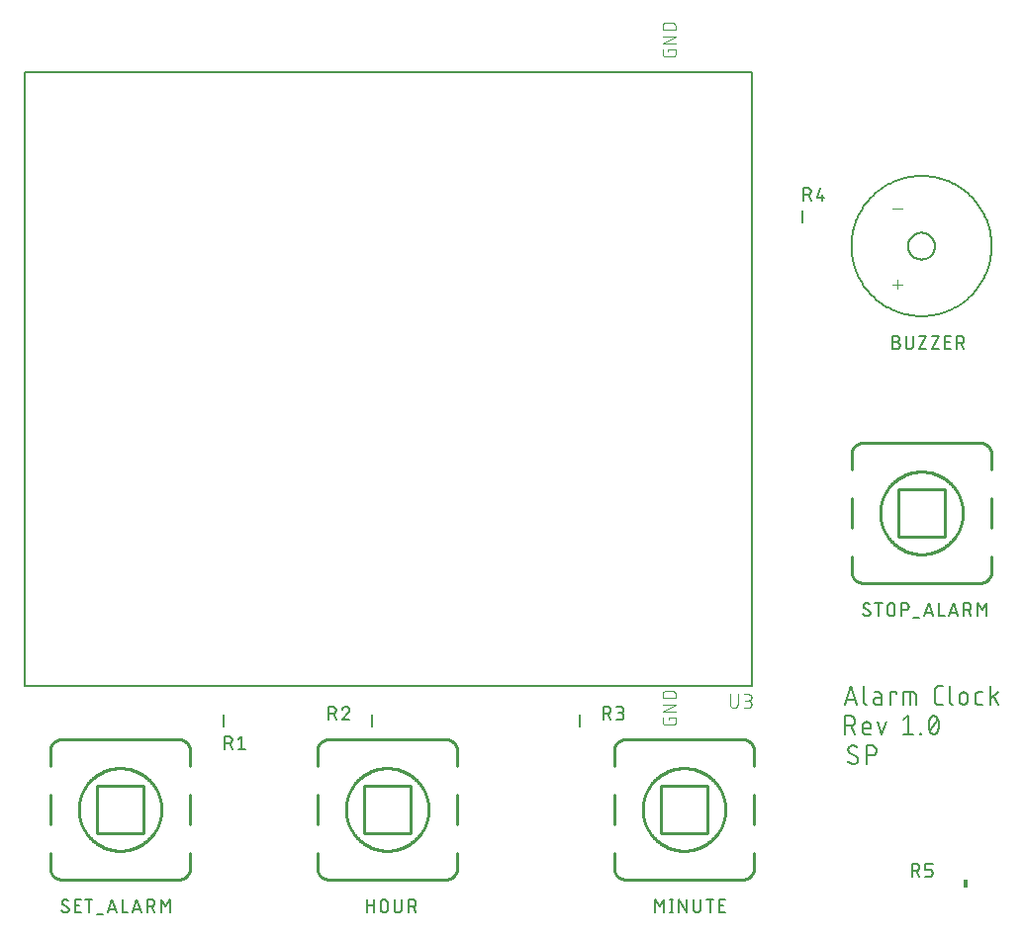
<source format=gbr>
G04 EAGLE Gerber RS-274X export*
G75*
%MOMM*%
%FSLAX34Y34*%
%LPD*%
%INSilkscreen Top*%
%IPPOS*%
%AMOC8*
5,1,8,0,0,1.08239X$1,22.5*%
G01*
%ADD10C,0.203200*%
%ADD11C,0.127000*%
%ADD12C,0.101600*%
%ADD13C,0.152400*%
%ADD14C,0.254000*%
%ADD15R,0.406400X0.711200*%


D10*
X785202Y191516D02*
X790451Y207264D01*
X795700Y191516D01*
X794388Y195453D02*
X786514Y195453D01*
X801720Y194141D02*
X801720Y207264D01*
X801720Y194141D02*
X801722Y194040D01*
X801728Y193940D01*
X801737Y193840D01*
X801751Y193740D01*
X801768Y193641D01*
X801789Y193543D01*
X801814Y193445D01*
X801842Y193349D01*
X801875Y193254D01*
X801910Y193160D01*
X801950Y193067D01*
X801993Y192976D01*
X802039Y192887D01*
X802089Y192800D01*
X802142Y192714D01*
X802198Y192631D01*
X802257Y192550D01*
X802320Y192471D01*
X802385Y192395D01*
X802454Y192321D01*
X802525Y192250D01*
X802599Y192181D01*
X802675Y192116D01*
X802754Y192053D01*
X802835Y191994D01*
X802918Y191938D01*
X803004Y191885D01*
X803091Y191835D01*
X803180Y191789D01*
X803271Y191746D01*
X803364Y191706D01*
X803458Y191671D01*
X803553Y191638D01*
X803649Y191610D01*
X803747Y191585D01*
X803845Y191564D01*
X803944Y191547D01*
X804044Y191533D01*
X804144Y191524D01*
X804244Y191518D01*
X804345Y191516D01*
X812851Y197640D02*
X816788Y197640D01*
X812851Y197640D02*
X812742Y197638D01*
X812633Y197632D01*
X812524Y197622D01*
X812415Y197609D01*
X812307Y197591D01*
X812200Y197570D01*
X812094Y197545D01*
X811988Y197516D01*
X811884Y197483D01*
X811781Y197447D01*
X811679Y197407D01*
X811579Y197363D01*
X811480Y197316D01*
X811384Y197265D01*
X811289Y197211D01*
X811196Y197154D01*
X811105Y197093D01*
X811016Y197029D01*
X810930Y196962D01*
X810846Y196892D01*
X810764Y196819D01*
X810686Y196743D01*
X810610Y196665D01*
X810537Y196583D01*
X810467Y196499D01*
X810400Y196413D01*
X810336Y196324D01*
X810275Y196233D01*
X810218Y196140D01*
X810164Y196045D01*
X810113Y195949D01*
X810066Y195850D01*
X810022Y195750D01*
X809982Y195648D01*
X809946Y195545D01*
X809913Y195441D01*
X809884Y195335D01*
X809859Y195229D01*
X809838Y195122D01*
X809820Y195014D01*
X809807Y194905D01*
X809797Y194796D01*
X809791Y194687D01*
X809789Y194578D01*
X809791Y194469D01*
X809797Y194360D01*
X809807Y194251D01*
X809820Y194142D01*
X809838Y194034D01*
X809859Y193927D01*
X809884Y193821D01*
X809913Y193715D01*
X809946Y193611D01*
X809982Y193508D01*
X810022Y193406D01*
X810066Y193306D01*
X810113Y193207D01*
X810164Y193111D01*
X810218Y193016D01*
X810275Y192923D01*
X810336Y192832D01*
X810400Y192743D01*
X810467Y192657D01*
X810537Y192573D01*
X810610Y192491D01*
X810686Y192413D01*
X810764Y192337D01*
X810846Y192264D01*
X810930Y192194D01*
X811016Y192127D01*
X811105Y192063D01*
X811196Y192002D01*
X811289Y191945D01*
X811384Y191891D01*
X811480Y191840D01*
X811579Y191793D01*
X811679Y191749D01*
X811781Y191709D01*
X811884Y191673D01*
X811988Y191640D01*
X812094Y191611D01*
X812200Y191586D01*
X812307Y191565D01*
X812415Y191547D01*
X812524Y191534D01*
X812633Y191524D01*
X812742Y191518D01*
X812851Y191516D01*
X816788Y191516D01*
X816788Y199390D01*
X816789Y199390D02*
X816787Y199491D01*
X816781Y199591D01*
X816772Y199691D01*
X816758Y199791D01*
X816741Y199890D01*
X816720Y199988D01*
X816695Y200086D01*
X816667Y200182D01*
X816634Y200277D01*
X816599Y200371D01*
X816559Y200464D01*
X816516Y200555D01*
X816470Y200644D01*
X816420Y200731D01*
X816367Y200817D01*
X816311Y200900D01*
X816252Y200981D01*
X816189Y201060D01*
X816124Y201136D01*
X816055Y201210D01*
X815984Y201281D01*
X815910Y201350D01*
X815834Y201415D01*
X815755Y201478D01*
X815674Y201537D01*
X815591Y201593D01*
X815505Y201646D01*
X815418Y201696D01*
X815329Y201742D01*
X815238Y201785D01*
X815145Y201825D01*
X815051Y201860D01*
X814956Y201893D01*
X814860Y201921D01*
X814762Y201946D01*
X814664Y201967D01*
X814565Y201984D01*
X814465Y201998D01*
X814365Y202007D01*
X814265Y202013D01*
X814164Y202015D01*
X810664Y202015D01*
X824569Y202015D02*
X824569Y191516D01*
X824569Y202015D02*
X829818Y202015D01*
X829818Y200265D01*
X835743Y202015D02*
X835743Y191516D01*
X835743Y202015D02*
X843617Y202015D01*
X843718Y202013D01*
X843818Y202007D01*
X843918Y201998D01*
X844018Y201984D01*
X844117Y201967D01*
X844215Y201946D01*
X844313Y201921D01*
X844409Y201893D01*
X844504Y201860D01*
X844598Y201825D01*
X844691Y201785D01*
X844782Y201742D01*
X844871Y201696D01*
X844958Y201646D01*
X845044Y201593D01*
X845127Y201537D01*
X845208Y201478D01*
X845287Y201415D01*
X845363Y201350D01*
X845437Y201281D01*
X845508Y201210D01*
X845577Y201136D01*
X845642Y201060D01*
X845705Y200981D01*
X845764Y200900D01*
X845820Y200817D01*
X845873Y200731D01*
X845923Y200644D01*
X845969Y200555D01*
X846012Y200464D01*
X846052Y200371D01*
X846087Y200277D01*
X846120Y200182D01*
X846148Y200086D01*
X846173Y199988D01*
X846194Y199890D01*
X846211Y199791D01*
X846225Y199691D01*
X846234Y199591D01*
X846240Y199491D01*
X846242Y199390D01*
X846241Y199390D02*
X846241Y191516D01*
X840992Y191516D02*
X840992Y202015D01*
X865601Y191516D02*
X869100Y191516D01*
X865601Y191516D02*
X865484Y191518D01*
X865367Y191524D01*
X865251Y191534D01*
X865134Y191547D01*
X865019Y191565D01*
X864904Y191586D01*
X864790Y191611D01*
X864676Y191640D01*
X864564Y191673D01*
X864453Y191710D01*
X864343Y191750D01*
X864235Y191794D01*
X864128Y191841D01*
X864022Y191892D01*
X863919Y191947D01*
X863817Y192005D01*
X863718Y192066D01*
X863620Y192130D01*
X863525Y192198D01*
X863432Y192269D01*
X863341Y192343D01*
X863253Y192420D01*
X863168Y192500D01*
X863085Y192583D01*
X863005Y192668D01*
X862928Y192756D01*
X862854Y192847D01*
X862783Y192940D01*
X862715Y193035D01*
X862651Y193133D01*
X862590Y193232D01*
X862532Y193334D01*
X862477Y193437D01*
X862426Y193543D01*
X862379Y193650D01*
X862335Y193758D01*
X862295Y193868D01*
X862258Y193979D01*
X862225Y194091D01*
X862196Y194205D01*
X862171Y194319D01*
X862150Y194434D01*
X862132Y194549D01*
X862119Y194666D01*
X862109Y194782D01*
X862103Y194899D01*
X862101Y195016D01*
X862101Y203764D01*
X862103Y203881D01*
X862109Y203998D01*
X862119Y204114D01*
X862132Y204231D01*
X862150Y204346D01*
X862171Y204461D01*
X862196Y204575D01*
X862225Y204689D01*
X862258Y204801D01*
X862295Y204912D01*
X862335Y205022D01*
X862379Y205130D01*
X862426Y205237D01*
X862477Y205343D01*
X862532Y205446D01*
X862590Y205548D01*
X862651Y205647D01*
X862715Y205745D01*
X862783Y205840D01*
X862854Y205933D01*
X862928Y206024D01*
X863005Y206112D01*
X863085Y206197D01*
X863168Y206280D01*
X863253Y206360D01*
X863341Y206437D01*
X863432Y206511D01*
X863525Y206582D01*
X863620Y206650D01*
X863718Y206714D01*
X863817Y206775D01*
X863919Y206833D01*
X864022Y206888D01*
X864128Y206939D01*
X864235Y206986D01*
X864343Y207030D01*
X864453Y207070D01*
X864564Y207107D01*
X864676Y207140D01*
X864790Y207169D01*
X864904Y207194D01*
X865019Y207215D01*
X865134Y207233D01*
X865251Y207246D01*
X865367Y207256D01*
X865484Y207262D01*
X865601Y207264D01*
X869100Y207264D01*
X875187Y207264D02*
X875187Y194141D01*
X875186Y194141D02*
X875188Y194040D01*
X875194Y193940D01*
X875203Y193840D01*
X875217Y193740D01*
X875234Y193641D01*
X875255Y193543D01*
X875280Y193445D01*
X875308Y193349D01*
X875341Y193254D01*
X875376Y193160D01*
X875416Y193067D01*
X875459Y192976D01*
X875505Y192887D01*
X875555Y192800D01*
X875608Y192714D01*
X875664Y192631D01*
X875723Y192550D01*
X875786Y192471D01*
X875851Y192395D01*
X875920Y192321D01*
X875991Y192250D01*
X876065Y192181D01*
X876141Y192116D01*
X876220Y192053D01*
X876301Y191994D01*
X876384Y191938D01*
X876470Y191885D01*
X876557Y191835D01*
X876646Y191789D01*
X876737Y191746D01*
X876830Y191706D01*
X876924Y191671D01*
X877019Y191638D01*
X877115Y191610D01*
X877213Y191585D01*
X877311Y191564D01*
X877410Y191547D01*
X877510Y191533D01*
X877610Y191524D01*
X877710Y191518D01*
X877811Y191516D01*
X883344Y195016D02*
X883344Y198515D01*
X883346Y198633D01*
X883352Y198751D01*
X883362Y198869D01*
X883376Y198986D01*
X883394Y199103D01*
X883416Y199220D01*
X883441Y199335D01*
X883471Y199449D01*
X883505Y199563D01*
X883542Y199675D01*
X883583Y199786D01*
X883628Y199895D01*
X883676Y200003D01*
X883728Y200109D01*
X883784Y200214D01*
X883843Y200316D01*
X883905Y200416D01*
X883971Y200514D01*
X884040Y200610D01*
X884113Y200704D01*
X884188Y200795D01*
X884267Y200883D01*
X884348Y200969D01*
X884433Y201052D01*
X884520Y201132D01*
X884609Y201209D01*
X884702Y201283D01*
X884796Y201353D01*
X884893Y201421D01*
X884993Y201485D01*
X885094Y201546D01*
X885197Y201603D01*
X885303Y201657D01*
X885410Y201708D01*
X885518Y201754D01*
X885628Y201797D01*
X885740Y201836D01*
X885853Y201872D01*
X885967Y201903D01*
X886082Y201931D01*
X886197Y201955D01*
X886314Y201975D01*
X886431Y201991D01*
X886549Y202003D01*
X886667Y202011D01*
X886785Y202015D01*
X886903Y202015D01*
X887021Y202011D01*
X887139Y202003D01*
X887257Y201991D01*
X887374Y201975D01*
X887491Y201955D01*
X887606Y201931D01*
X887721Y201903D01*
X887835Y201872D01*
X887948Y201836D01*
X888060Y201797D01*
X888170Y201754D01*
X888278Y201708D01*
X888385Y201657D01*
X888491Y201603D01*
X888594Y201546D01*
X888695Y201485D01*
X888795Y201421D01*
X888892Y201353D01*
X888986Y201283D01*
X889079Y201209D01*
X889168Y201132D01*
X889255Y201052D01*
X889340Y200969D01*
X889421Y200883D01*
X889500Y200795D01*
X889575Y200704D01*
X889648Y200610D01*
X889717Y200514D01*
X889783Y200416D01*
X889845Y200316D01*
X889904Y200214D01*
X889960Y200109D01*
X890012Y200003D01*
X890060Y199895D01*
X890105Y199786D01*
X890146Y199675D01*
X890183Y199563D01*
X890217Y199449D01*
X890247Y199335D01*
X890272Y199220D01*
X890294Y199103D01*
X890312Y198986D01*
X890326Y198869D01*
X890336Y198751D01*
X890342Y198633D01*
X890344Y198515D01*
X890343Y198515D02*
X890343Y195016D01*
X890344Y195016D02*
X890342Y194898D01*
X890336Y194780D01*
X890326Y194662D01*
X890312Y194545D01*
X890294Y194428D01*
X890272Y194311D01*
X890247Y194196D01*
X890217Y194082D01*
X890183Y193968D01*
X890146Y193856D01*
X890105Y193745D01*
X890060Y193636D01*
X890012Y193528D01*
X889960Y193422D01*
X889904Y193317D01*
X889845Y193215D01*
X889783Y193115D01*
X889717Y193017D01*
X889648Y192921D01*
X889575Y192827D01*
X889500Y192736D01*
X889421Y192648D01*
X889340Y192562D01*
X889255Y192479D01*
X889168Y192399D01*
X889079Y192322D01*
X888986Y192248D01*
X888892Y192178D01*
X888795Y192110D01*
X888695Y192046D01*
X888594Y191985D01*
X888491Y191928D01*
X888385Y191874D01*
X888278Y191823D01*
X888170Y191777D01*
X888060Y191734D01*
X887948Y191695D01*
X887835Y191659D01*
X887721Y191628D01*
X887606Y191600D01*
X887491Y191576D01*
X887374Y191556D01*
X887257Y191540D01*
X887139Y191528D01*
X887021Y191520D01*
X886903Y191516D01*
X886785Y191516D01*
X886667Y191520D01*
X886549Y191528D01*
X886431Y191540D01*
X886314Y191556D01*
X886197Y191576D01*
X886082Y191600D01*
X885967Y191628D01*
X885853Y191659D01*
X885740Y191695D01*
X885628Y191734D01*
X885518Y191777D01*
X885410Y191823D01*
X885303Y191874D01*
X885197Y191928D01*
X885094Y191985D01*
X884993Y192046D01*
X884893Y192110D01*
X884796Y192178D01*
X884702Y192248D01*
X884609Y192322D01*
X884520Y192399D01*
X884433Y192479D01*
X884348Y192562D01*
X884267Y192648D01*
X884188Y192736D01*
X884113Y192827D01*
X884040Y192921D01*
X883971Y193017D01*
X883905Y193115D01*
X883843Y193215D01*
X883784Y193317D01*
X883728Y193422D01*
X883676Y193528D01*
X883628Y193636D01*
X883583Y193745D01*
X883542Y193856D01*
X883505Y193968D01*
X883471Y194082D01*
X883441Y194196D01*
X883416Y194311D01*
X883394Y194428D01*
X883376Y194545D01*
X883362Y194662D01*
X883352Y194780D01*
X883346Y194898D01*
X883344Y195016D01*
X899537Y191516D02*
X903036Y191516D01*
X899537Y191516D02*
X899436Y191518D01*
X899336Y191524D01*
X899236Y191533D01*
X899136Y191547D01*
X899037Y191564D01*
X898939Y191585D01*
X898841Y191610D01*
X898745Y191638D01*
X898650Y191671D01*
X898556Y191706D01*
X898463Y191746D01*
X898372Y191789D01*
X898283Y191835D01*
X898196Y191885D01*
X898110Y191938D01*
X898027Y191994D01*
X897946Y192053D01*
X897867Y192116D01*
X897791Y192181D01*
X897717Y192250D01*
X897646Y192321D01*
X897577Y192395D01*
X897512Y192471D01*
X897449Y192550D01*
X897390Y192631D01*
X897334Y192714D01*
X897281Y192800D01*
X897231Y192887D01*
X897185Y192976D01*
X897142Y193067D01*
X897102Y193160D01*
X897067Y193254D01*
X897034Y193349D01*
X897006Y193445D01*
X896981Y193543D01*
X896960Y193641D01*
X896943Y193740D01*
X896929Y193840D01*
X896920Y193940D01*
X896914Y194040D01*
X896912Y194141D01*
X896912Y199390D01*
X896914Y199491D01*
X896920Y199591D01*
X896929Y199691D01*
X896943Y199791D01*
X896960Y199890D01*
X896981Y199988D01*
X897006Y200086D01*
X897034Y200182D01*
X897067Y200277D01*
X897102Y200371D01*
X897142Y200464D01*
X897185Y200555D01*
X897231Y200644D01*
X897281Y200731D01*
X897334Y200817D01*
X897390Y200900D01*
X897449Y200981D01*
X897512Y201060D01*
X897577Y201136D01*
X897646Y201210D01*
X897717Y201281D01*
X897791Y201350D01*
X897867Y201415D01*
X897946Y201478D01*
X898027Y201537D01*
X898110Y201593D01*
X898196Y201646D01*
X898283Y201696D01*
X898372Y201742D01*
X898463Y201785D01*
X898556Y201825D01*
X898650Y201861D01*
X898745Y201893D01*
X898841Y201921D01*
X898939Y201946D01*
X899037Y201967D01*
X899136Y201984D01*
X899236Y201998D01*
X899336Y202007D01*
X899436Y202013D01*
X899537Y202015D01*
X903036Y202015D01*
X909599Y207264D02*
X909599Y191516D01*
X909599Y196765D02*
X916598Y202015D01*
X912661Y198953D02*
X916598Y191516D01*
X785229Y181864D02*
X785229Y166116D01*
X785229Y181864D02*
X789603Y181864D01*
X789734Y181862D01*
X789865Y181856D01*
X789995Y181846D01*
X790125Y181833D01*
X790255Y181815D01*
X790384Y181794D01*
X790512Y181768D01*
X790640Y181739D01*
X790767Y181706D01*
X790892Y181670D01*
X791017Y181629D01*
X791140Y181585D01*
X791262Y181537D01*
X791382Y181486D01*
X791501Y181431D01*
X791618Y181372D01*
X791733Y181310D01*
X791846Y181245D01*
X791958Y181176D01*
X792067Y181104D01*
X792174Y181029D01*
X792279Y180950D01*
X792381Y180869D01*
X792481Y180784D01*
X792578Y180696D01*
X792673Y180606D01*
X792765Y180513D01*
X792854Y180417D01*
X792940Y180318D01*
X793023Y180217D01*
X793103Y180114D01*
X793180Y180008D01*
X793253Y179900D01*
X793324Y179789D01*
X793391Y179677D01*
X793455Y179563D01*
X793515Y179447D01*
X793572Y179329D01*
X793625Y179209D01*
X793675Y179088D01*
X793721Y178965D01*
X793763Y178842D01*
X793801Y178717D01*
X793836Y178590D01*
X793867Y178463D01*
X793895Y178335D01*
X793918Y178207D01*
X793937Y178077D01*
X793953Y177947D01*
X793965Y177817D01*
X793973Y177686D01*
X793977Y177555D01*
X793977Y177425D01*
X793973Y177294D01*
X793965Y177163D01*
X793953Y177033D01*
X793937Y176903D01*
X793918Y176773D01*
X793895Y176645D01*
X793867Y176517D01*
X793836Y176390D01*
X793801Y176263D01*
X793763Y176138D01*
X793721Y176015D01*
X793675Y175892D01*
X793625Y175771D01*
X793572Y175651D01*
X793515Y175533D01*
X793455Y175417D01*
X793391Y175303D01*
X793324Y175191D01*
X793253Y175080D01*
X793180Y174972D01*
X793103Y174866D01*
X793023Y174763D01*
X792940Y174662D01*
X792854Y174563D01*
X792765Y174467D01*
X792673Y174374D01*
X792578Y174284D01*
X792481Y174196D01*
X792381Y174111D01*
X792279Y174030D01*
X792174Y173951D01*
X792067Y173876D01*
X791958Y173804D01*
X791846Y173735D01*
X791733Y173670D01*
X791618Y173608D01*
X791501Y173549D01*
X791382Y173494D01*
X791262Y173443D01*
X791140Y173395D01*
X791017Y173351D01*
X790892Y173310D01*
X790767Y173274D01*
X790640Y173241D01*
X790512Y173212D01*
X790384Y173186D01*
X790255Y173165D01*
X790125Y173147D01*
X789995Y173134D01*
X789865Y173124D01*
X789734Y173118D01*
X789603Y173116D01*
X789603Y173115D02*
X785229Y173115D01*
X790478Y173115D02*
X793978Y166116D01*
X803207Y166116D02*
X807582Y166116D01*
X803207Y166116D02*
X803106Y166118D01*
X803006Y166124D01*
X802906Y166133D01*
X802806Y166147D01*
X802707Y166164D01*
X802609Y166185D01*
X802511Y166210D01*
X802415Y166238D01*
X802320Y166271D01*
X802226Y166306D01*
X802133Y166346D01*
X802042Y166389D01*
X801953Y166435D01*
X801866Y166485D01*
X801780Y166538D01*
X801697Y166594D01*
X801616Y166653D01*
X801537Y166716D01*
X801461Y166781D01*
X801387Y166850D01*
X801316Y166921D01*
X801247Y166995D01*
X801182Y167071D01*
X801119Y167150D01*
X801060Y167231D01*
X801004Y167314D01*
X800951Y167400D01*
X800901Y167487D01*
X800855Y167576D01*
X800812Y167667D01*
X800772Y167760D01*
X800737Y167854D01*
X800704Y167949D01*
X800676Y168045D01*
X800651Y168143D01*
X800630Y168241D01*
X800613Y168340D01*
X800599Y168440D01*
X800590Y168540D01*
X800584Y168640D01*
X800582Y168741D01*
X800583Y168741D02*
X800583Y173115D01*
X800582Y173115D02*
X800584Y173233D01*
X800590Y173351D01*
X800600Y173469D01*
X800614Y173586D01*
X800632Y173703D01*
X800654Y173820D01*
X800679Y173935D01*
X800709Y174049D01*
X800743Y174163D01*
X800780Y174275D01*
X800821Y174386D01*
X800866Y174495D01*
X800914Y174603D01*
X800966Y174709D01*
X801022Y174814D01*
X801081Y174916D01*
X801143Y175016D01*
X801209Y175114D01*
X801278Y175210D01*
X801351Y175304D01*
X801426Y175395D01*
X801505Y175483D01*
X801586Y175569D01*
X801671Y175652D01*
X801758Y175732D01*
X801847Y175809D01*
X801940Y175883D01*
X802034Y175953D01*
X802131Y176021D01*
X802231Y176085D01*
X802332Y176146D01*
X802435Y176203D01*
X802541Y176257D01*
X802648Y176308D01*
X802756Y176354D01*
X802866Y176397D01*
X802978Y176436D01*
X803091Y176472D01*
X803205Y176503D01*
X803320Y176531D01*
X803435Y176555D01*
X803552Y176575D01*
X803669Y176591D01*
X803787Y176603D01*
X803905Y176611D01*
X804023Y176615D01*
X804141Y176615D01*
X804259Y176611D01*
X804377Y176603D01*
X804495Y176591D01*
X804612Y176575D01*
X804729Y176555D01*
X804844Y176531D01*
X804959Y176503D01*
X805073Y176472D01*
X805186Y176436D01*
X805298Y176397D01*
X805408Y176354D01*
X805516Y176308D01*
X805623Y176257D01*
X805729Y176203D01*
X805832Y176146D01*
X805933Y176085D01*
X806033Y176021D01*
X806130Y175953D01*
X806224Y175883D01*
X806317Y175809D01*
X806406Y175732D01*
X806493Y175652D01*
X806578Y175569D01*
X806659Y175483D01*
X806738Y175395D01*
X806813Y175304D01*
X806886Y175210D01*
X806955Y175114D01*
X807021Y175016D01*
X807083Y174916D01*
X807142Y174814D01*
X807198Y174709D01*
X807250Y174603D01*
X807298Y174495D01*
X807343Y174386D01*
X807384Y174275D01*
X807421Y174163D01*
X807455Y174049D01*
X807485Y173935D01*
X807510Y173820D01*
X807532Y173703D01*
X807550Y173586D01*
X807564Y173469D01*
X807574Y173351D01*
X807580Y173233D01*
X807582Y173115D01*
X807582Y171365D01*
X800583Y171365D01*
X813609Y176615D02*
X817108Y166116D01*
X820608Y176615D01*
X835139Y178364D02*
X839513Y181864D01*
X839513Y166116D01*
X835139Y166116D02*
X843887Y166116D01*
X850017Y166116D02*
X850017Y166991D01*
X850892Y166991D01*
X850892Y166116D01*
X850017Y166116D01*
X857022Y173990D02*
X857026Y174300D01*
X857037Y174609D01*
X857055Y174919D01*
X857081Y175227D01*
X857114Y175535D01*
X857155Y175843D01*
X857203Y176149D01*
X857258Y176454D01*
X857320Y176757D01*
X857390Y177059D01*
X857467Y177359D01*
X857551Y177657D01*
X857642Y177953D01*
X857740Y178247D01*
X857845Y178539D01*
X857957Y178828D01*
X858076Y179114D01*
X858202Y179397D01*
X858334Y179677D01*
X858335Y179677D02*
X858373Y179782D01*
X858415Y179885D01*
X858460Y179987D01*
X858508Y180088D01*
X858560Y180186D01*
X858616Y180283D01*
X858674Y180378D01*
X858736Y180471D01*
X858801Y180561D01*
X858870Y180649D01*
X858941Y180735D01*
X859015Y180819D01*
X859092Y180899D01*
X859171Y180978D01*
X859254Y181053D01*
X859339Y181125D01*
X859426Y181195D01*
X859516Y181261D01*
X859607Y181324D01*
X859701Y181384D01*
X859797Y181441D01*
X859895Y181495D01*
X859995Y181545D01*
X860096Y181591D01*
X860199Y181634D01*
X860304Y181674D01*
X860409Y181710D01*
X860516Y181742D01*
X860624Y181770D01*
X860733Y181795D01*
X860842Y181816D01*
X860952Y181833D01*
X861063Y181847D01*
X861174Y181856D01*
X861285Y181862D01*
X861397Y181864D01*
X861509Y181862D01*
X861620Y181856D01*
X861731Y181847D01*
X861842Y181833D01*
X861952Y181816D01*
X862062Y181795D01*
X862170Y181770D01*
X862278Y181742D01*
X862385Y181710D01*
X862490Y181674D01*
X862595Y181634D01*
X862698Y181591D01*
X862799Y181545D01*
X862899Y181495D01*
X862997Y181441D01*
X863093Y181384D01*
X863187Y181324D01*
X863278Y181261D01*
X863368Y181195D01*
X863455Y181125D01*
X863540Y181053D01*
X863623Y180978D01*
X863702Y180899D01*
X863779Y180819D01*
X863853Y180735D01*
X863924Y180649D01*
X863993Y180561D01*
X864058Y180471D01*
X864120Y180378D01*
X864178Y180283D01*
X864234Y180186D01*
X864286Y180088D01*
X864334Y179987D01*
X864379Y179885D01*
X864421Y179782D01*
X864459Y179677D01*
X864591Y179397D01*
X864717Y179113D01*
X864836Y178827D01*
X864948Y178538D01*
X865053Y178247D01*
X865151Y177953D01*
X865242Y177657D01*
X865326Y177359D01*
X865403Y177059D01*
X865473Y176757D01*
X865535Y176453D01*
X865590Y176149D01*
X865638Y175843D01*
X865679Y175535D01*
X865712Y175227D01*
X865738Y174919D01*
X865756Y174609D01*
X865767Y174300D01*
X865771Y173990D01*
X857022Y173990D02*
X857026Y173680D01*
X857037Y173371D01*
X857055Y173061D01*
X857081Y172753D01*
X857114Y172445D01*
X857155Y172137D01*
X857203Y171831D01*
X857258Y171526D01*
X857320Y171223D01*
X857390Y170921D01*
X857467Y170621D01*
X857551Y170323D01*
X857642Y170027D01*
X857740Y169733D01*
X857845Y169441D01*
X857957Y169152D01*
X858076Y168866D01*
X858202Y168583D01*
X858334Y168303D01*
X858335Y168303D02*
X858373Y168198D01*
X858415Y168095D01*
X858460Y167993D01*
X858508Y167892D01*
X858560Y167794D01*
X858616Y167697D01*
X858674Y167602D01*
X858736Y167509D01*
X858801Y167419D01*
X858870Y167331D01*
X858941Y167245D01*
X859015Y167161D01*
X859092Y167081D01*
X859171Y167002D01*
X859254Y166927D01*
X859339Y166855D01*
X859426Y166785D01*
X859516Y166719D01*
X859607Y166656D01*
X859701Y166596D01*
X859797Y166539D01*
X859895Y166485D01*
X859995Y166435D01*
X860096Y166389D01*
X860199Y166346D01*
X860304Y166306D01*
X860409Y166270D01*
X860516Y166238D01*
X860624Y166210D01*
X860733Y166185D01*
X860842Y166164D01*
X860952Y166147D01*
X861063Y166133D01*
X861174Y166124D01*
X861285Y166118D01*
X861397Y166116D01*
X864460Y168303D02*
X864592Y168583D01*
X864718Y168866D01*
X864837Y169152D01*
X864949Y169441D01*
X865054Y169733D01*
X865152Y170027D01*
X865243Y170323D01*
X865327Y170621D01*
X865404Y170921D01*
X865474Y171223D01*
X865536Y171526D01*
X865591Y171831D01*
X865639Y172137D01*
X865680Y172445D01*
X865713Y172753D01*
X865739Y173061D01*
X865757Y173371D01*
X865768Y173680D01*
X865772Y173990D01*
X864459Y168303D02*
X864421Y168198D01*
X864379Y168095D01*
X864334Y167993D01*
X864286Y167892D01*
X864234Y167794D01*
X864178Y167697D01*
X864120Y167602D01*
X864058Y167509D01*
X863993Y167419D01*
X863924Y167331D01*
X863853Y167245D01*
X863779Y167161D01*
X863702Y167081D01*
X863623Y167002D01*
X863540Y166927D01*
X863455Y166855D01*
X863368Y166785D01*
X863278Y166719D01*
X863187Y166656D01*
X863093Y166596D01*
X862997Y166539D01*
X862899Y166485D01*
X862799Y166435D01*
X862698Y166389D01*
X862595Y166346D01*
X862490Y166306D01*
X862385Y166270D01*
X862278Y166238D01*
X862170Y166210D01*
X862061Y166185D01*
X861952Y166164D01*
X861842Y166147D01*
X861731Y166133D01*
X861620Y166124D01*
X861509Y166118D01*
X861397Y166116D01*
X857897Y169616D02*
X864896Y178364D01*
X796532Y144216D02*
X796530Y144099D01*
X796524Y143982D01*
X796514Y143866D01*
X796501Y143749D01*
X796483Y143634D01*
X796462Y143519D01*
X796437Y143405D01*
X796408Y143291D01*
X796375Y143179D01*
X796338Y143068D01*
X796298Y142958D01*
X796254Y142850D01*
X796207Y142743D01*
X796156Y142637D01*
X796101Y142534D01*
X796043Y142432D01*
X795982Y142333D01*
X795918Y142235D01*
X795850Y142140D01*
X795779Y142047D01*
X795705Y141956D01*
X795628Y141868D01*
X795548Y141783D01*
X795465Y141700D01*
X795380Y141620D01*
X795292Y141543D01*
X795201Y141469D01*
X795108Y141398D01*
X795013Y141330D01*
X794915Y141266D01*
X794816Y141205D01*
X794714Y141147D01*
X794611Y141092D01*
X794505Y141041D01*
X794398Y140994D01*
X794290Y140950D01*
X794180Y140910D01*
X794069Y140873D01*
X793957Y140840D01*
X793843Y140811D01*
X793729Y140786D01*
X793614Y140765D01*
X793498Y140747D01*
X793382Y140734D01*
X793266Y140724D01*
X793149Y140718D01*
X793032Y140716D01*
X792855Y140718D01*
X792678Y140724D01*
X792502Y140735D01*
X792325Y140750D01*
X792150Y140769D01*
X791974Y140792D01*
X791800Y140819D01*
X791625Y140851D01*
X791452Y140887D01*
X791280Y140927D01*
X791109Y140971D01*
X790938Y141019D01*
X790769Y141071D01*
X790602Y141127D01*
X790435Y141187D01*
X790270Y141251D01*
X790107Y141319D01*
X789945Y141391D01*
X789786Y141467D01*
X789628Y141546D01*
X789472Y141630D01*
X789318Y141717D01*
X789166Y141807D01*
X789016Y141902D01*
X788869Y142000D01*
X788724Y142101D01*
X788581Y142206D01*
X788441Y142314D01*
X788304Y142425D01*
X788169Y142540D01*
X788038Y142658D01*
X787909Y142779D01*
X787783Y142903D01*
X788220Y152964D02*
X788222Y153081D01*
X788228Y153198D01*
X788238Y153314D01*
X788251Y153431D01*
X788269Y153546D01*
X788290Y153661D01*
X788315Y153775D01*
X788344Y153889D01*
X788377Y154001D01*
X788414Y154112D01*
X788454Y154222D01*
X788498Y154330D01*
X788545Y154437D01*
X788596Y154543D01*
X788651Y154646D01*
X788709Y154748D01*
X788770Y154847D01*
X788834Y154945D01*
X788902Y155040D01*
X788973Y155133D01*
X789047Y155224D01*
X789124Y155312D01*
X789204Y155397D01*
X789287Y155480D01*
X789372Y155560D01*
X789460Y155637D01*
X789551Y155711D01*
X789644Y155782D01*
X789739Y155850D01*
X789837Y155914D01*
X789936Y155975D01*
X790038Y156033D01*
X790141Y156088D01*
X790247Y156139D01*
X790354Y156186D01*
X790462Y156230D01*
X790572Y156270D01*
X790683Y156307D01*
X790795Y156340D01*
X790909Y156369D01*
X791023Y156394D01*
X791138Y156415D01*
X791253Y156433D01*
X791370Y156446D01*
X791486Y156456D01*
X791603Y156462D01*
X791720Y156464D01*
X791876Y156462D01*
X792033Y156457D01*
X792189Y156447D01*
X792345Y156434D01*
X792500Y156417D01*
X792655Y156397D01*
X792810Y156373D01*
X792964Y156345D01*
X793117Y156314D01*
X793269Y156279D01*
X793421Y156240D01*
X793571Y156197D01*
X793721Y156152D01*
X793869Y156102D01*
X794016Y156049D01*
X794162Y155993D01*
X794307Y155933D01*
X794450Y155869D01*
X794591Y155803D01*
X794731Y155733D01*
X794869Y155659D01*
X795005Y155582D01*
X795140Y155503D01*
X795272Y155419D01*
X795403Y155333D01*
X795531Y155244D01*
X795657Y155152D01*
X789971Y149902D02*
X789872Y149962D01*
X789776Y150026D01*
X789682Y150092D01*
X789590Y150161D01*
X789500Y150234D01*
X789412Y150309D01*
X789328Y150387D01*
X789245Y150468D01*
X789166Y150551D01*
X789089Y150637D01*
X789015Y150725D01*
X788943Y150816D01*
X788875Y150909D01*
X788810Y151004D01*
X788748Y151102D01*
X788689Y151201D01*
X788634Y151302D01*
X788581Y151405D01*
X788533Y151509D01*
X788487Y151615D01*
X788445Y151722D01*
X788406Y151831D01*
X788371Y151941D01*
X788340Y152052D01*
X788312Y152164D01*
X788288Y152276D01*
X788268Y152390D01*
X788251Y152504D01*
X788238Y152619D01*
X788228Y152734D01*
X788223Y152849D01*
X788221Y152964D01*
X794782Y147278D02*
X794881Y147218D01*
X794977Y147154D01*
X795071Y147088D01*
X795163Y147019D01*
X795253Y146946D01*
X795341Y146871D01*
X795425Y146793D01*
X795508Y146712D01*
X795587Y146629D01*
X795664Y146543D01*
X795738Y146455D01*
X795810Y146364D01*
X795878Y146271D01*
X795943Y146176D01*
X796005Y146078D01*
X796064Y145979D01*
X796119Y145878D01*
X796172Y145775D01*
X796221Y145671D01*
X796266Y145565D01*
X796308Y145458D01*
X796347Y145349D01*
X796382Y145239D01*
X796413Y145128D01*
X796441Y145016D01*
X796465Y144904D01*
X796485Y144790D01*
X796502Y144676D01*
X796515Y144561D01*
X796525Y144446D01*
X796530Y144331D01*
X796532Y144216D01*
X794782Y147278D02*
X789970Y149902D01*
X803668Y156464D02*
X803668Y140716D01*
X803668Y156464D02*
X808043Y156464D01*
X808174Y156462D01*
X808305Y156456D01*
X808435Y156446D01*
X808565Y156433D01*
X808695Y156415D01*
X808824Y156394D01*
X808952Y156368D01*
X809080Y156339D01*
X809207Y156306D01*
X809332Y156270D01*
X809457Y156229D01*
X809580Y156185D01*
X809702Y156137D01*
X809822Y156086D01*
X809941Y156031D01*
X810058Y155972D01*
X810173Y155910D01*
X810286Y155845D01*
X810398Y155776D01*
X810507Y155704D01*
X810614Y155629D01*
X810719Y155550D01*
X810821Y155469D01*
X810921Y155384D01*
X811018Y155296D01*
X811113Y155206D01*
X811205Y155113D01*
X811294Y155017D01*
X811380Y154918D01*
X811463Y154817D01*
X811543Y154714D01*
X811620Y154608D01*
X811693Y154500D01*
X811764Y154389D01*
X811831Y154277D01*
X811895Y154163D01*
X811955Y154047D01*
X812012Y153929D01*
X812065Y153809D01*
X812115Y153688D01*
X812161Y153565D01*
X812203Y153442D01*
X812241Y153317D01*
X812276Y153190D01*
X812307Y153063D01*
X812335Y152935D01*
X812358Y152807D01*
X812377Y152677D01*
X812393Y152547D01*
X812405Y152417D01*
X812413Y152286D01*
X812417Y152155D01*
X812417Y152025D01*
X812413Y151894D01*
X812405Y151763D01*
X812393Y151633D01*
X812377Y151503D01*
X812358Y151373D01*
X812335Y151245D01*
X812307Y151117D01*
X812276Y150990D01*
X812241Y150863D01*
X812203Y150738D01*
X812161Y150615D01*
X812115Y150492D01*
X812065Y150371D01*
X812012Y150251D01*
X811955Y150133D01*
X811895Y150017D01*
X811831Y149903D01*
X811764Y149791D01*
X811693Y149680D01*
X811620Y149572D01*
X811543Y149466D01*
X811463Y149363D01*
X811380Y149262D01*
X811294Y149163D01*
X811205Y149067D01*
X811113Y148974D01*
X811018Y148884D01*
X810921Y148796D01*
X810821Y148711D01*
X810719Y148630D01*
X810614Y148551D01*
X810507Y148476D01*
X810398Y148404D01*
X810286Y148335D01*
X810173Y148270D01*
X810058Y148208D01*
X809941Y148149D01*
X809822Y148094D01*
X809702Y148043D01*
X809580Y147995D01*
X809457Y147951D01*
X809332Y147910D01*
X809207Y147874D01*
X809080Y147841D01*
X808952Y147812D01*
X808824Y147786D01*
X808695Y147765D01*
X808565Y147747D01*
X808435Y147734D01*
X808305Y147724D01*
X808174Y147718D01*
X808043Y147716D01*
X808043Y147715D02*
X803668Y147715D01*
D11*
X790900Y584200D02*
X790918Y585672D01*
X790972Y587144D01*
X791063Y588614D01*
X791189Y590081D01*
X791351Y591545D01*
X791549Y593004D01*
X791783Y594458D01*
X792053Y595905D01*
X792358Y597346D01*
X792698Y598779D01*
X793073Y600203D01*
X793484Y601617D01*
X793928Y603021D01*
X794407Y604413D01*
X794920Y605794D01*
X795467Y607161D01*
X796047Y608514D01*
X796661Y609853D01*
X797307Y611177D01*
X797985Y612484D01*
X798695Y613774D01*
X799436Y615046D01*
X800209Y616300D01*
X801012Y617534D01*
X801845Y618748D01*
X802708Y619942D01*
X803599Y621114D01*
X804519Y622264D01*
X805467Y623390D01*
X806443Y624494D01*
X807445Y625572D01*
X808474Y626626D01*
X809528Y627655D01*
X810606Y628657D01*
X811710Y629633D01*
X812836Y630581D01*
X813986Y631501D01*
X815158Y632392D01*
X816352Y633255D01*
X817566Y634088D01*
X818800Y634891D01*
X820054Y635664D01*
X821326Y636405D01*
X822616Y637115D01*
X823923Y637793D01*
X825247Y638439D01*
X826586Y639053D01*
X827939Y639633D01*
X829306Y640180D01*
X830687Y640693D01*
X832079Y641172D01*
X833483Y641616D01*
X834897Y642027D01*
X836321Y642402D01*
X837754Y642742D01*
X839195Y643047D01*
X840642Y643317D01*
X842096Y643551D01*
X843555Y643749D01*
X845019Y643911D01*
X846486Y644037D01*
X847956Y644128D01*
X849428Y644182D01*
X850900Y644200D01*
X852372Y644182D01*
X853844Y644128D01*
X855314Y644037D01*
X856781Y643911D01*
X858245Y643749D01*
X859704Y643551D01*
X861158Y643317D01*
X862605Y643047D01*
X864046Y642742D01*
X865479Y642402D01*
X866903Y642027D01*
X868317Y641616D01*
X869721Y641172D01*
X871113Y640693D01*
X872494Y640180D01*
X873861Y639633D01*
X875214Y639053D01*
X876553Y638439D01*
X877877Y637793D01*
X879184Y637115D01*
X880474Y636405D01*
X881746Y635664D01*
X883000Y634891D01*
X884234Y634088D01*
X885448Y633255D01*
X886642Y632392D01*
X887814Y631501D01*
X888964Y630581D01*
X890090Y629633D01*
X891194Y628657D01*
X892272Y627655D01*
X893326Y626626D01*
X894355Y625572D01*
X895357Y624494D01*
X896333Y623390D01*
X897281Y622264D01*
X898201Y621114D01*
X899092Y619942D01*
X899955Y618748D01*
X900788Y617534D01*
X901591Y616300D01*
X902364Y615046D01*
X903105Y613774D01*
X903815Y612484D01*
X904493Y611177D01*
X905139Y609853D01*
X905753Y608514D01*
X906333Y607161D01*
X906880Y605794D01*
X907393Y604413D01*
X907872Y603021D01*
X908316Y601617D01*
X908727Y600203D01*
X909102Y598779D01*
X909442Y597346D01*
X909747Y595905D01*
X910017Y594458D01*
X910251Y593004D01*
X910449Y591545D01*
X910611Y590081D01*
X910737Y588614D01*
X910828Y587144D01*
X910882Y585672D01*
X910900Y584200D01*
X910882Y582728D01*
X910828Y581256D01*
X910737Y579786D01*
X910611Y578319D01*
X910449Y576855D01*
X910251Y575396D01*
X910017Y573942D01*
X909747Y572495D01*
X909442Y571054D01*
X909102Y569621D01*
X908727Y568197D01*
X908316Y566783D01*
X907872Y565379D01*
X907393Y563987D01*
X906880Y562606D01*
X906333Y561239D01*
X905753Y559886D01*
X905139Y558547D01*
X904493Y557223D01*
X903815Y555916D01*
X903105Y554626D01*
X902364Y553354D01*
X901591Y552100D01*
X900788Y550866D01*
X899955Y549652D01*
X899092Y548458D01*
X898201Y547286D01*
X897281Y546136D01*
X896333Y545010D01*
X895357Y543906D01*
X894355Y542828D01*
X893326Y541774D01*
X892272Y540745D01*
X891194Y539743D01*
X890090Y538767D01*
X888964Y537819D01*
X887814Y536899D01*
X886642Y536008D01*
X885448Y535145D01*
X884234Y534312D01*
X883000Y533509D01*
X881746Y532736D01*
X880474Y531995D01*
X879184Y531285D01*
X877877Y530607D01*
X876553Y529961D01*
X875214Y529347D01*
X873861Y528767D01*
X872494Y528220D01*
X871113Y527707D01*
X869721Y527228D01*
X868317Y526784D01*
X866903Y526373D01*
X865479Y525998D01*
X864046Y525658D01*
X862605Y525353D01*
X861158Y525083D01*
X859704Y524849D01*
X858245Y524651D01*
X856781Y524489D01*
X855314Y524363D01*
X853844Y524272D01*
X852372Y524218D01*
X850900Y524200D01*
X849428Y524218D01*
X847956Y524272D01*
X846486Y524363D01*
X845019Y524489D01*
X843555Y524651D01*
X842096Y524849D01*
X840642Y525083D01*
X839195Y525353D01*
X837754Y525658D01*
X836321Y525998D01*
X834897Y526373D01*
X833483Y526784D01*
X832079Y527228D01*
X830687Y527707D01*
X829306Y528220D01*
X827939Y528767D01*
X826586Y529347D01*
X825247Y529961D01*
X823923Y530607D01*
X822616Y531285D01*
X821326Y531995D01*
X820054Y532736D01*
X818800Y533509D01*
X817566Y534312D01*
X816352Y535145D01*
X815158Y536008D01*
X813986Y536899D01*
X812836Y537819D01*
X811710Y538767D01*
X810606Y539743D01*
X809528Y540745D01*
X808474Y541774D01*
X807445Y542828D01*
X806443Y543906D01*
X805467Y545010D01*
X804519Y546136D01*
X803599Y547286D01*
X802708Y548458D01*
X801845Y549652D01*
X801012Y550866D01*
X800209Y552100D01*
X799436Y553354D01*
X798695Y554626D01*
X797985Y555916D01*
X797307Y557223D01*
X796661Y558547D01*
X796047Y559886D01*
X795467Y561239D01*
X794920Y562606D01*
X794407Y563987D01*
X793928Y565379D01*
X793484Y566783D01*
X793073Y568197D01*
X792698Y569621D01*
X792358Y571054D01*
X792053Y572495D01*
X791783Y573942D01*
X791549Y575396D01*
X791351Y576855D01*
X791189Y578319D01*
X791063Y579786D01*
X790972Y581256D01*
X790918Y582728D01*
X790900Y584200D01*
X839400Y584200D02*
X839403Y584482D01*
X839414Y584764D01*
X839431Y585046D01*
X839455Y585327D01*
X839486Y585608D01*
X839524Y585887D01*
X839569Y586166D01*
X839621Y586444D01*
X839679Y586720D01*
X839745Y586994D01*
X839817Y587267D01*
X839895Y587538D01*
X839980Y587807D01*
X840072Y588074D01*
X840171Y588339D01*
X840275Y588601D01*
X840387Y588860D01*
X840504Y589117D01*
X840628Y589371D01*
X840758Y589621D01*
X840894Y589868D01*
X841036Y590112D01*
X841184Y590352D01*
X841338Y590589D01*
X841498Y590822D01*
X841663Y591051D01*
X841834Y591275D01*
X842010Y591496D01*
X842192Y591711D01*
X842379Y591923D01*
X842571Y592130D01*
X842768Y592332D01*
X842970Y592529D01*
X843177Y592721D01*
X843389Y592908D01*
X843604Y593090D01*
X843825Y593266D01*
X844049Y593437D01*
X844278Y593602D01*
X844511Y593762D01*
X844748Y593916D01*
X844988Y594064D01*
X845232Y594206D01*
X845479Y594342D01*
X845729Y594472D01*
X845983Y594596D01*
X846240Y594713D01*
X846499Y594825D01*
X846761Y594929D01*
X847026Y595028D01*
X847293Y595120D01*
X847562Y595205D01*
X847833Y595283D01*
X848106Y595355D01*
X848380Y595421D01*
X848656Y595479D01*
X848934Y595531D01*
X849213Y595576D01*
X849492Y595614D01*
X849773Y595645D01*
X850054Y595669D01*
X850336Y595686D01*
X850618Y595697D01*
X850900Y595700D01*
X851182Y595697D01*
X851464Y595686D01*
X851746Y595669D01*
X852027Y595645D01*
X852308Y595614D01*
X852587Y595576D01*
X852866Y595531D01*
X853144Y595479D01*
X853420Y595421D01*
X853694Y595355D01*
X853967Y595283D01*
X854238Y595205D01*
X854507Y595120D01*
X854774Y595028D01*
X855039Y594929D01*
X855301Y594825D01*
X855560Y594713D01*
X855817Y594596D01*
X856071Y594472D01*
X856321Y594342D01*
X856568Y594206D01*
X856812Y594064D01*
X857052Y593916D01*
X857289Y593762D01*
X857522Y593602D01*
X857751Y593437D01*
X857975Y593266D01*
X858196Y593090D01*
X858411Y592908D01*
X858623Y592721D01*
X858830Y592529D01*
X859032Y592332D01*
X859229Y592130D01*
X859421Y591923D01*
X859608Y591711D01*
X859790Y591496D01*
X859966Y591275D01*
X860137Y591051D01*
X860302Y590822D01*
X860462Y590589D01*
X860616Y590352D01*
X860764Y590112D01*
X860906Y589868D01*
X861042Y589621D01*
X861172Y589371D01*
X861296Y589117D01*
X861413Y588860D01*
X861525Y588601D01*
X861629Y588339D01*
X861728Y588074D01*
X861820Y587807D01*
X861905Y587538D01*
X861983Y587267D01*
X862055Y586994D01*
X862121Y586720D01*
X862179Y586444D01*
X862231Y586166D01*
X862276Y585887D01*
X862314Y585608D01*
X862345Y585327D01*
X862369Y585046D01*
X862386Y584764D01*
X862397Y584482D01*
X862400Y584200D01*
X862397Y583918D01*
X862386Y583636D01*
X862369Y583354D01*
X862345Y583073D01*
X862314Y582792D01*
X862276Y582513D01*
X862231Y582234D01*
X862179Y581956D01*
X862121Y581680D01*
X862055Y581406D01*
X861983Y581133D01*
X861905Y580862D01*
X861820Y580593D01*
X861728Y580326D01*
X861629Y580061D01*
X861525Y579799D01*
X861413Y579540D01*
X861296Y579283D01*
X861172Y579029D01*
X861042Y578779D01*
X860906Y578532D01*
X860764Y578288D01*
X860616Y578048D01*
X860462Y577811D01*
X860302Y577578D01*
X860137Y577349D01*
X859966Y577125D01*
X859790Y576904D01*
X859608Y576689D01*
X859421Y576477D01*
X859229Y576270D01*
X859032Y576068D01*
X858830Y575871D01*
X858623Y575679D01*
X858411Y575492D01*
X858196Y575310D01*
X857975Y575134D01*
X857751Y574963D01*
X857522Y574798D01*
X857289Y574638D01*
X857052Y574484D01*
X856812Y574336D01*
X856568Y574194D01*
X856321Y574058D01*
X856071Y573928D01*
X855817Y573804D01*
X855560Y573687D01*
X855301Y573575D01*
X855039Y573471D01*
X854774Y573372D01*
X854507Y573280D01*
X854238Y573195D01*
X853967Y573117D01*
X853694Y573045D01*
X853420Y572979D01*
X853144Y572921D01*
X852866Y572869D01*
X852587Y572824D01*
X852308Y572786D01*
X852027Y572755D01*
X851746Y572731D01*
X851464Y572714D01*
X851182Y572703D01*
X850900Y572700D01*
X850618Y572703D01*
X850336Y572714D01*
X850054Y572731D01*
X849773Y572755D01*
X849492Y572786D01*
X849213Y572824D01*
X848934Y572869D01*
X848656Y572921D01*
X848380Y572979D01*
X848106Y573045D01*
X847833Y573117D01*
X847562Y573195D01*
X847293Y573280D01*
X847026Y573372D01*
X846761Y573471D01*
X846499Y573575D01*
X846240Y573687D01*
X845983Y573804D01*
X845729Y573928D01*
X845479Y574058D01*
X845232Y574194D01*
X844988Y574336D01*
X844748Y574484D01*
X844511Y574638D01*
X844278Y574798D01*
X844049Y574963D01*
X843825Y575134D01*
X843604Y575310D01*
X843389Y575492D01*
X843177Y575679D01*
X842970Y575871D01*
X842768Y576068D01*
X842571Y576270D01*
X842379Y576477D01*
X842192Y576689D01*
X842010Y576904D01*
X841834Y577125D01*
X841663Y577349D01*
X841498Y577578D01*
X841338Y577811D01*
X841184Y578048D01*
X841036Y578288D01*
X840894Y578532D01*
X840758Y578779D01*
X840628Y579029D01*
X840504Y579283D01*
X840387Y579540D01*
X840275Y579799D01*
X840171Y580061D01*
X840072Y580326D01*
X839980Y580593D01*
X839895Y580862D01*
X839817Y581133D01*
X839745Y581406D01*
X839679Y581680D01*
X839621Y581956D01*
X839569Y582234D01*
X839524Y582513D01*
X839486Y582792D01*
X839455Y583073D01*
X839431Y583354D01*
X839414Y583636D01*
X839403Y583918D01*
X839400Y584200D01*
D12*
X834197Y551252D02*
X826408Y551252D01*
X830303Y555146D02*
X830303Y547357D01*
X834197Y616252D02*
X826408Y616252D01*
D13*
X826262Y502271D02*
X829366Y502271D01*
X829366Y502270D02*
X829477Y502268D01*
X829587Y502262D01*
X829698Y502252D01*
X829808Y502238D01*
X829917Y502221D01*
X830026Y502199D01*
X830134Y502174D01*
X830240Y502144D01*
X830346Y502111D01*
X830451Y502074D01*
X830554Y502034D01*
X830655Y501989D01*
X830755Y501942D01*
X830854Y501890D01*
X830950Y501835D01*
X831044Y501777D01*
X831136Y501716D01*
X831226Y501651D01*
X831314Y501583D01*
X831399Y501512D01*
X831481Y501438D01*
X831561Y501361D01*
X831638Y501281D01*
X831712Y501199D01*
X831783Y501114D01*
X831851Y501026D01*
X831916Y500936D01*
X831977Y500844D01*
X832035Y500750D01*
X832090Y500654D01*
X832142Y500555D01*
X832189Y500455D01*
X832234Y500354D01*
X832274Y500251D01*
X832311Y500146D01*
X832344Y500040D01*
X832374Y499934D01*
X832399Y499826D01*
X832421Y499717D01*
X832438Y499608D01*
X832452Y499498D01*
X832462Y499387D01*
X832468Y499277D01*
X832470Y499166D01*
X832468Y499055D01*
X832462Y498945D01*
X832452Y498834D01*
X832438Y498724D01*
X832421Y498615D01*
X832399Y498506D01*
X832374Y498398D01*
X832344Y498292D01*
X832311Y498186D01*
X832274Y498081D01*
X832234Y497978D01*
X832189Y497877D01*
X832142Y497777D01*
X832090Y497678D01*
X832035Y497582D01*
X831977Y497488D01*
X831916Y497396D01*
X831851Y497306D01*
X831783Y497218D01*
X831712Y497133D01*
X831638Y497051D01*
X831561Y496971D01*
X831481Y496894D01*
X831399Y496820D01*
X831314Y496749D01*
X831226Y496681D01*
X831136Y496616D01*
X831044Y496555D01*
X830950Y496497D01*
X830854Y496442D01*
X830755Y496390D01*
X830655Y496343D01*
X830554Y496298D01*
X830451Y496258D01*
X830346Y496221D01*
X830240Y496188D01*
X830134Y496158D01*
X830026Y496133D01*
X829917Y496111D01*
X829808Y496094D01*
X829698Y496080D01*
X829587Y496070D01*
X829477Y496064D01*
X829366Y496062D01*
X826262Y496062D01*
X826262Y507238D01*
X829366Y507238D01*
X829465Y507236D01*
X829563Y507230D01*
X829662Y507220D01*
X829759Y507207D01*
X829857Y507189D01*
X829953Y507168D01*
X830049Y507142D01*
X830143Y507113D01*
X830236Y507081D01*
X830328Y507044D01*
X830418Y507004D01*
X830507Y506960D01*
X830594Y506913D01*
X830679Y506863D01*
X830761Y506809D01*
X830842Y506752D01*
X830920Y506692D01*
X830996Y506628D01*
X831069Y506562D01*
X831140Y506493D01*
X831208Y506421D01*
X831272Y506346D01*
X831334Y506269D01*
X831393Y506190D01*
X831448Y506108D01*
X831501Y506024D01*
X831549Y505939D01*
X831595Y505851D01*
X831637Y505761D01*
X831675Y505670D01*
X831709Y505578D01*
X831740Y505484D01*
X831767Y505389D01*
X831791Y505293D01*
X831810Y505196D01*
X831826Y505099D01*
X831838Y505001D01*
X831846Y504902D01*
X831850Y504803D01*
X831850Y504705D01*
X831846Y504606D01*
X831838Y504507D01*
X831826Y504409D01*
X831810Y504312D01*
X831791Y504215D01*
X831767Y504119D01*
X831740Y504024D01*
X831709Y503930D01*
X831675Y503838D01*
X831637Y503747D01*
X831595Y503657D01*
X831549Y503569D01*
X831501Y503484D01*
X831448Y503400D01*
X831393Y503318D01*
X831334Y503239D01*
X831272Y503162D01*
X831208Y503087D01*
X831140Y503015D01*
X831069Y502946D01*
X830996Y502880D01*
X830920Y502816D01*
X830842Y502756D01*
X830761Y502699D01*
X830679Y502645D01*
X830594Y502595D01*
X830507Y502548D01*
X830418Y502504D01*
X830328Y502464D01*
X830236Y502427D01*
X830143Y502395D01*
X830049Y502366D01*
X829953Y502340D01*
X829857Y502319D01*
X829759Y502301D01*
X829662Y502288D01*
X829563Y502278D01*
X829465Y502272D01*
X829366Y502270D01*
X837480Y499166D02*
X837480Y507238D01*
X837481Y499166D02*
X837483Y499055D01*
X837489Y498945D01*
X837499Y498834D01*
X837513Y498724D01*
X837530Y498615D01*
X837552Y498506D01*
X837577Y498398D01*
X837607Y498292D01*
X837640Y498186D01*
X837677Y498081D01*
X837717Y497978D01*
X837762Y497877D01*
X837809Y497777D01*
X837861Y497678D01*
X837916Y497582D01*
X837974Y497488D01*
X838035Y497396D01*
X838100Y497306D01*
X838168Y497218D01*
X838239Y497133D01*
X838313Y497051D01*
X838390Y496971D01*
X838470Y496894D01*
X838552Y496820D01*
X838637Y496749D01*
X838725Y496681D01*
X838815Y496616D01*
X838907Y496555D01*
X839001Y496497D01*
X839097Y496442D01*
X839196Y496390D01*
X839296Y496343D01*
X839397Y496298D01*
X839500Y496258D01*
X839605Y496221D01*
X839711Y496188D01*
X839817Y496158D01*
X839925Y496133D01*
X840034Y496111D01*
X840143Y496094D01*
X840253Y496080D01*
X840364Y496070D01*
X840474Y496064D01*
X840585Y496062D01*
X840696Y496064D01*
X840806Y496070D01*
X840917Y496080D01*
X841027Y496094D01*
X841136Y496111D01*
X841245Y496133D01*
X841353Y496158D01*
X841459Y496188D01*
X841565Y496221D01*
X841670Y496258D01*
X841773Y496298D01*
X841874Y496343D01*
X841974Y496390D01*
X842073Y496442D01*
X842169Y496497D01*
X842263Y496555D01*
X842355Y496616D01*
X842445Y496681D01*
X842533Y496749D01*
X842618Y496820D01*
X842700Y496894D01*
X842780Y496971D01*
X842857Y497051D01*
X842931Y497133D01*
X843002Y497218D01*
X843070Y497306D01*
X843135Y497396D01*
X843196Y497488D01*
X843254Y497582D01*
X843309Y497678D01*
X843361Y497777D01*
X843408Y497877D01*
X843453Y497978D01*
X843493Y498081D01*
X843530Y498186D01*
X843563Y498292D01*
X843593Y498398D01*
X843618Y498506D01*
X843640Y498615D01*
X843657Y498724D01*
X843671Y498834D01*
X843681Y498945D01*
X843687Y499055D01*
X843689Y499166D01*
X843689Y507238D01*
X848910Y507238D02*
X855119Y507238D01*
X848910Y496062D01*
X855119Y496062D01*
X859578Y507238D02*
X865787Y507238D01*
X859578Y496062D01*
X865787Y496062D01*
X871037Y496062D02*
X876004Y496062D01*
X871037Y496062D02*
X871037Y507238D01*
X876004Y507238D01*
X874762Y502271D02*
X871037Y502271D01*
X881006Y507238D02*
X881006Y496062D01*
X881006Y507238D02*
X884111Y507238D01*
X884222Y507236D01*
X884332Y507230D01*
X884443Y507220D01*
X884553Y507206D01*
X884662Y507189D01*
X884771Y507167D01*
X884879Y507142D01*
X884985Y507112D01*
X885091Y507079D01*
X885196Y507042D01*
X885299Y507002D01*
X885400Y506957D01*
X885500Y506910D01*
X885599Y506858D01*
X885695Y506803D01*
X885789Y506745D01*
X885881Y506684D01*
X885971Y506619D01*
X886059Y506551D01*
X886144Y506480D01*
X886226Y506406D01*
X886306Y506329D01*
X886383Y506249D01*
X886457Y506167D01*
X886528Y506082D01*
X886596Y505994D01*
X886661Y505904D01*
X886722Y505812D01*
X886780Y505718D01*
X886835Y505622D01*
X886887Y505523D01*
X886934Y505423D01*
X886979Y505322D01*
X887019Y505219D01*
X887056Y505114D01*
X887089Y505008D01*
X887119Y504902D01*
X887144Y504794D01*
X887166Y504685D01*
X887183Y504576D01*
X887197Y504466D01*
X887207Y504355D01*
X887213Y504245D01*
X887215Y504134D01*
X887213Y504023D01*
X887207Y503913D01*
X887197Y503802D01*
X887183Y503692D01*
X887166Y503583D01*
X887144Y503474D01*
X887119Y503366D01*
X887089Y503260D01*
X887056Y503154D01*
X887019Y503049D01*
X886979Y502946D01*
X886934Y502845D01*
X886887Y502745D01*
X886835Y502646D01*
X886780Y502550D01*
X886722Y502456D01*
X886661Y502364D01*
X886596Y502274D01*
X886528Y502186D01*
X886457Y502101D01*
X886383Y502019D01*
X886306Y501939D01*
X886226Y501862D01*
X886144Y501788D01*
X886059Y501717D01*
X885971Y501649D01*
X885881Y501584D01*
X885789Y501523D01*
X885695Y501465D01*
X885599Y501410D01*
X885500Y501358D01*
X885400Y501311D01*
X885299Y501266D01*
X885196Y501226D01*
X885091Y501189D01*
X884985Y501156D01*
X884879Y501126D01*
X884771Y501101D01*
X884662Y501079D01*
X884553Y501062D01*
X884443Y501048D01*
X884332Y501038D01*
X884222Y501032D01*
X884111Y501030D01*
X884111Y501029D02*
X881006Y501029D01*
X884732Y501029D02*
X887215Y496062D01*
D11*
X254000Y182880D02*
X254000Y172720D01*
D13*
X254762Y164338D02*
X254762Y153162D01*
X254762Y164338D02*
X257866Y164338D01*
X257977Y164336D01*
X258087Y164330D01*
X258198Y164320D01*
X258308Y164306D01*
X258417Y164289D01*
X258526Y164267D01*
X258634Y164242D01*
X258740Y164212D01*
X258846Y164179D01*
X258951Y164142D01*
X259054Y164102D01*
X259155Y164057D01*
X259255Y164010D01*
X259354Y163958D01*
X259450Y163903D01*
X259544Y163845D01*
X259636Y163784D01*
X259726Y163719D01*
X259814Y163651D01*
X259899Y163580D01*
X259981Y163506D01*
X260061Y163429D01*
X260138Y163349D01*
X260212Y163267D01*
X260283Y163182D01*
X260351Y163094D01*
X260416Y163004D01*
X260477Y162912D01*
X260535Y162818D01*
X260590Y162722D01*
X260642Y162623D01*
X260689Y162523D01*
X260734Y162422D01*
X260774Y162319D01*
X260811Y162214D01*
X260844Y162108D01*
X260874Y162002D01*
X260899Y161894D01*
X260921Y161785D01*
X260938Y161676D01*
X260952Y161566D01*
X260962Y161455D01*
X260968Y161345D01*
X260970Y161234D01*
X260968Y161123D01*
X260962Y161013D01*
X260952Y160902D01*
X260938Y160792D01*
X260921Y160683D01*
X260899Y160574D01*
X260874Y160466D01*
X260844Y160360D01*
X260811Y160254D01*
X260774Y160149D01*
X260734Y160046D01*
X260689Y159945D01*
X260642Y159845D01*
X260590Y159746D01*
X260535Y159650D01*
X260477Y159556D01*
X260416Y159464D01*
X260351Y159374D01*
X260283Y159286D01*
X260212Y159201D01*
X260138Y159119D01*
X260061Y159039D01*
X259981Y158962D01*
X259899Y158888D01*
X259814Y158817D01*
X259726Y158749D01*
X259636Y158684D01*
X259544Y158623D01*
X259450Y158565D01*
X259354Y158510D01*
X259255Y158458D01*
X259155Y158411D01*
X259054Y158366D01*
X258951Y158326D01*
X258846Y158289D01*
X258740Y158256D01*
X258634Y158226D01*
X258526Y158201D01*
X258417Y158179D01*
X258308Y158162D01*
X258198Y158148D01*
X258087Y158138D01*
X257977Y158132D01*
X257866Y158130D01*
X257866Y158129D02*
X254762Y158129D01*
X258487Y158129D02*
X260971Y153162D01*
X266100Y161854D02*
X269204Y164338D01*
X269204Y153162D01*
X266100Y153162D02*
X272309Y153162D01*
D14*
X225100Y51600D02*
X225097Y51358D01*
X225088Y51117D01*
X225074Y50876D01*
X225053Y50635D01*
X225027Y50395D01*
X224995Y50155D01*
X224957Y49916D01*
X224914Y49679D01*
X224864Y49442D01*
X224809Y49207D01*
X224749Y48973D01*
X224682Y48741D01*
X224611Y48510D01*
X224533Y48281D01*
X224450Y48054D01*
X224362Y47829D01*
X224268Y47606D01*
X224169Y47386D01*
X224064Y47168D01*
X223955Y46953D01*
X223840Y46740D01*
X223720Y46530D01*
X223595Y46324D01*
X223465Y46120D01*
X223330Y45919D01*
X223190Y45722D01*
X223046Y45528D01*
X222897Y45338D01*
X222743Y45152D01*
X222585Y44969D01*
X222423Y44790D01*
X222256Y44615D01*
X222085Y44444D01*
X221910Y44277D01*
X221731Y44115D01*
X221548Y43957D01*
X221362Y43803D01*
X221172Y43654D01*
X220978Y43510D01*
X220781Y43370D01*
X220580Y43235D01*
X220376Y43105D01*
X220170Y42980D01*
X219960Y42860D01*
X219747Y42745D01*
X219532Y42636D01*
X219314Y42531D01*
X219094Y42432D01*
X218871Y42338D01*
X218646Y42250D01*
X218419Y42167D01*
X218190Y42089D01*
X217959Y42018D01*
X217727Y41951D01*
X217493Y41891D01*
X217258Y41836D01*
X217021Y41786D01*
X216784Y41743D01*
X216545Y41705D01*
X216305Y41673D01*
X216065Y41647D01*
X215824Y41626D01*
X215583Y41612D01*
X215342Y41603D01*
X215100Y41600D01*
X115100Y41600D01*
X114858Y41603D01*
X114617Y41612D01*
X114376Y41626D01*
X114135Y41647D01*
X113895Y41673D01*
X113655Y41705D01*
X113416Y41743D01*
X113179Y41786D01*
X112942Y41836D01*
X112707Y41891D01*
X112473Y41951D01*
X112241Y42018D01*
X112010Y42089D01*
X111781Y42167D01*
X111554Y42250D01*
X111329Y42338D01*
X111106Y42432D01*
X110886Y42531D01*
X110668Y42636D01*
X110453Y42745D01*
X110240Y42860D01*
X110030Y42980D01*
X109824Y43105D01*
X109620Y43235D01*
X109419Y43370D01*
X109222Y43510D01*
X109028Y43654D01*
X108838Y43803D01*
X108652Y43957D01*
X108469Y44115D01*
X108290Y44277D01*
X108115Y44444D01*
X107944Y44615D01*
X107777Y44790D01*
X107615Y44969D01*
X107457Y45152D01*
X107303Y45338D01*
X107154Y45528D01*
X107010Y45722D01*
X106870Y45919D01*
X106735Y46120D01*
X106605Y46324D01*
X106480Y46530D01*
X106360Y46740D01*
X106245Y46953D01*
X106136Y47168D01*
X106031Y47386D01*
X105932Y47606D01*
X105838Y47829D01*
X105750Y48054D01*
X105667Y48281D01*
X105589Y48510D01*
X105518Y48741D01*
X105451Y48973D01*
X105391Y49207D01*
X105336Y49442D01*
X105286Y49679D01*
X105243Y49916D01*
X105205Y50155D01*
X105173Y50395D01*
X105147Y50635D01*
X105126Y50876D01*
X105112Y51117D01*
X105103Y51358D01*
X105100Y51600D01*
X105100Y151600D02*
X105103Y151842D01*
X105112Y152083D01*
X105126Y152324D01*
X105147Y152565D01*
X105173Y152805D01*
X105205Y153045D01*
X105243Y153284D01*
X105286Y153521D01*
X105336Y153758D01*
X105391Y153993D01*
X105451Y154227D01*
X105518Y154459D01*
X105589Y154690D01*
X105667Y154919D01*
X105750Y155146D01*
X105838Y155371D01*
X105932Y155594D01*
X106031Y155814D01*
X106136Y156032D01*
X106245Y156247D01*
X106360Y156460D01*
X106480Y156670D01*
X106605Y156876D01*
X106735Y157080D01*
X106870Y157281D01*
X107010Y157478D01*
X107154Y157672D01*
X107303Y157862D01*
X107457Y158048D01*
X107615Y158231D01*
X107777Y158410D01*
X107944Y158585D01*
X108115Y158756D01*
X108290Y158923D01*
X108469Y159085D01*
X108652Y159243D01*
X108838Y159397D01*
X109028Y159546D01*
X109222Y159690D01*
X109419Y159830D01*
X109620Y159965D01*
X109824Y160095D01*
X110030Y160220D01*
X110240Y160340D01*
X110453Y160455D01*
X110668Y160564D01*
X110886Y160669D01*
X111106Y160768D01*
X111329Y160862D01*
X111554Y160950D01*
X111781Y161033D01*
X112010Y161111D01*
X112241Y161182D01*
X112473Y161249D01*
X112707Y161309D01*
X112942Y161364D01*
X113179Y161414D01*
X113416Y161457D01*
X113655Y161495D01*
X113895Y161527D01*
X114135Y161553D01*
X114376Y161574D01*
X114617Y161588D01*
X114858Y161597D01*
X115100Y161600D01*
X215100Y161600D01*
X215342Y161597D01*
X215583Y161588D01*
X215824Y161574D01*
X216065Y161553D01*
X216305Y161527D01*
X216545Y161495D01*
X216784Y161457D01*
X217021Y161414D01*
X217258Y161364D01*
X217493Y161309D01*
X217727Y161249D01*
X217959Y161182D01*
X218190Y161111D01*
X218419Y161033D01*
X218646Y160950D01*
X218871Y160862D01*
X219094Y160768D01*
X219314Y160669D01*
X219532Y160564D01*
X219747Y160455D01*
X219960Y160340D01*
X220170Y160220D01*
X220376Y160095D01*
X220580Y159965D01*
X220781Y159830D01*
X220978Y159690D01*
X221172Y159546D01*
X221362Y159397D01*
X221548Y159243D01*
X221731Y159085D01*
X221910Y158923D01*
X222085Y158756D01*
X222256Y158585D01*
X222423Y158410D01*
X222585Y158231D01*
X222743Y158048D01*
X222897Y157862D01*
X223046Y157672D01*
X223190Y157478D01*
X223330Y157281D01*
X223465Y157080D01*
X223595Y156876D01*
X223720Y156670D01*
X223840Y156460D01*
X223955Y156247D01*
X224064Y156032D01*
X224169Y155814D01*
X224268Y155594D01*
X224362Y155371D01*
X224450Y155146D01*
X224533Y154919D01*
X224611Y154690D01*
X224682Y154459D01*
X224749Y154227D01*
X224809Y153993D01*
X224864Y153758D01*
X224914Y153521D01*
X224957Y153284D01*
X224995Y153045D01*
X225027Y152805D01*
X225053Y152565D01*
X225074Y152324D01*
X225088Y152083D01*
X225097Y151842D01*
X225100Y151600D01*
X129745Y101600D02*
X129756Y102468D01*
X129788Y103335D01*
X129841Y104201D01*
X129915Y105065D01*
X130011Y105928D01*
X130128Y106788D01*
X130266Y107644D01*
X130424Y108497D01*
X130604Y109346D01*
X130805Y110191D01*
X131026Y111030D01*
X131267Y111863D01*
X131529Y112690D01*
X131812Y113511D01*
X132114Y114324D01*
X132436Y115130D01*
X132778Y115927D01*
X133139Y116716D01*
X133520Y117496D01*
X133920Y118266D01*
X134338Y119026D01*
X134775Y119776D01*
X135230Y120515D01*
X135703Y121242D01*
X136194Y121958D01*
X136703Y122661D01*
X137228Y123352D01*
X137770Y124029D01*
X138329Y124693D01*
X138904Y125343D01*
X139494Y125979D01*
X140100Y126600D01*
X140721Y127206D01*
X141357Y127796D01*
X142007Y128371D01*
X142671Y128930D01*
X143348Y129472D01*
X144039Y129997D01*
X144742Y130506D01*
X145458Y130997D01*
X146185Y131470D01*
X146924Y131925D01*
X147674Y132362D01*
X148434Y132780D01*
X149204Y133180D01*
X149984Y133561D01*
X150773Y133922D01*
X151570Y134264D01*
X152376Y134586D01*
X153189Y134888D01*
X154010Y135171D01*
X154837Y135433D01*
X155670Y135674D01*
X156509Y135895D01*
X157354Y136096D01*
X158203Y136276D01*
X159056Y136434D01*
X159912Y136572D01*
X160772Y136689D01*
X161635Y136785D01*
X162499Y136859D01*
X163365Y136912D01*
X164232Y136944D01*
X165100Y136955D01*
X165968Y136944D01*
X166835Y136912D01*
X167701Y136859D01*
X168565Y136785D01*
X169428Y136689D01*
X170288Y136572D01*
X171144Y136434D01*
X171997Y136276D01*
X172846Y136096D01*
X173691Y135895D01*
X174530Y135674D01*
X175363Y135433D01*
X176190Y135171D01*
X177011Y134888D01*
X177824Y134586D01*
X178630Y134264D01*
X179427Y133922D01*
X180216Y133561D01*
X180996Y133180D01*
X181766Y132780D01*
X182526Y132362D01*
X183276Y131925D01*
X184015Y131470D01*
X184742Y130997D01*
X185458Y130506D01*
X186161Y129997D01*
X186852Y129472D01*
X187529Y128930D01*
X188193Y128371D01*
X188843Y127796D01*
X189479Y127206D01*
X190100Y126600D01*
X190706Y125979D01*
X191296Y125343D01*
X191871Y124693D01*
X192430Y124029D01*
X192972Y123352D01*
X193497Y122661D01*
X194006Y121958D01*
X194497Y121242D01*
X194970Y120515D01*
X195425Y119776D01*
X195862Y119026D01*
X196280Y118266D01*
X196680Y117496D01*
X197061Y116716D01*
X197422Y115927D01*
X197764Y115130D01*
X198086Y114324D01*
X198388Y113511D01*
X198671Y112690D01*
X198933Y111863D01*
X199174Y111030D01*
X199395Y110191D01*
X199596Y109346D01*
X199776Y108497D01*
X199934Y107644D01*
X200072Y106788D01*
X200189Y105928D01*
X200285Y105065D01*
X200359Y104201D01*
X200412Y103335D01*
X200444Y102468D01*
X200455Y101600D01*
X200444Y100732D01*
X200412Y99865D01*
X200359Y98999D01*
X200285Y98135D01*
X200189Y97272D01*
X200072Y96412D01*
X199934Y95556D01*
X199776Y94703D01*
X199596Y93854D01*
X199395Y93009D01*
X199174Y92170D01*
X198933Y91337D01*
X198671Y90510D01*
X198388Y89689D01*
X198086Y88876D01*
X197764Y88070D01*
X197422Y87273D01*
X197061Y86484D01*
X196680Y85704D01*
X196280Y84934D01*
X195862Y84174D01*
X195425Y83424D01*
X194970Y82685D01*
X194497Y81958D01*
X194006Y81242D01*
X193497Y80539D01*
X192972Y79848D01*
X192430Y79171D01*
X191871Y78507D01*
X191296Y77857D01*
X190706Y77221D01*
X190100Y76600D01*
X189479Y75994D01*
X188843Y75404D01*
X188193Y74829D01*
X187529Y74270D01*
X186852Y73728D01*
X186161Y73203D01*
X185458Y72694D01*
X184742Y72203D01*
X184015Y71730D01*
X183276Y71275D01*
X182526Y70838D01*
X181766Y70420D01*
X180996Y70020D01*
X180216Y69639D01*
X179427Y69278D01*
X178630Y68936D01*
X177824Y68614D01*
X177011Y68312D01*
X176190Y68029D01*
X175363Y67767D01*
X174530Y67526D01*
X173691Y67305D01*
X172846Y67104D01*
X171997Y66924D01*
X171144Y66766D01*
X170288Y66628D01*
X169428Y66511D01*
X168565Y66415D01*
X167701Y66341D01*
X166835Y66288D01*
X165968Y66256D01*
X165100Y66245D01*
X164232Y66256D01*
X163365Y66288D01*
X162499Y66341D01*
X161635Y66415D01*
X160772Y66511D01*
X159912Y66628D01*
X159056Y66766D01*
X158203Y66924D01*
X157354Y67104D01*
X156509Y67305D01*
X155670Y67526D01*
X154837Y67767D01*
X154010Y68029D01*
X153189Y68312D01*
X152376Y68614D01*
X151570Y68936D01*
X150773Y69278D01*
X149984Y69639D01*
X149204Y70020D01*
X148434Y70420D01*
X147674Y70838D01*
X146924Y71275D01*
X146185Y71730D01*
X145458Y72203D01*
X144742Y72694D01*
X144039Y73203D01*
X143348Y73728D01*
X142671Y74270D01*
X142007Y74829D01*
X141357Y75404D01*
X140721Y75994D01*
X140100Y76600D01*
X139494Y77221D01*
X138904Y77857D01*
X138329Y78507D01*
X137770Y79171D01*
X137228Y79848D01*
X136703Y80539D01*
X136194Y81242D01*
X135703Y81958D01*
X135230Y82685D01*
X134775Y83424D01*
X134338Y84174D01*
X133920Y84934D01*
X133520Y85704D01*
X133139Y86484D01*
X132778Y87273D01*
X132436Y88070D01*
X132114Y88876D01*
X131812Y89689D01*
X131529Y90510D01*
X131267Y91337D01*
X131026Y92170D01*
X130805Y93009D01*
X130604Y93854D01*
X130424Y94703D01*
X130266Y95556D01*
X130128Y96412D01*
X130011Y97272D01*
X129915Y98135D01*
X129841Y98999D01*
X129788Y99865D01*
X129756Y100732D01*
X129745Y101600D01*
X145100Y121600D02*
X185100Y121600D01*
X185100Y81600D01*
X145100Y81600D01*
X145100Y121600D01*
X105100Y139100D02*
X105100Y151600D01*
X105100Y114100D02*
X105100Y89100D01*
X105100Y64100D02*
X105100Y51600D01*
X225100Y139100D02*
X225100Y151600D01*
X225100Y114100D02*
X225100Y89100D01*
X225100Y64100D02*
X225100Y51600D01*
D13*
X121271Y15946D02*
X121269Y15848D01*
X121263Y15751D01*
X121254Y15654D01*
X121240Y15557D01*
X121223Y15461D01*
X121202Y15366D01*
X121178Y15272D01*
X121149Y15178D01*
X121117Y15086D01*
X121082Y14995D01*
X121043Y14906D01*
X121000Y14818D01*
X120954Y14732D01*
X120905Y14648D01*
X120852Y14566D01*
X120797Y14486D01*
X120738Y14408D01*
X120676Y14333D01*
X120611Y14260D01*
X120543Y14190D01*
X120473Y14122D01*
X120400Y14057D01*
X120325Y13995D01*
X120247Y13936D01*
X120167Y13881D01*
X120085Y13828D01*
X120001Y13779D01*
X119915Y13733D01*
X119827Y13690D01*
X119738Y13651D01*
X119647Y13616D01*
X119555Y13584D01*
X119461Y13555D01*
X119367Y13531D01*
X119272Y13510D01*
X119176Y13493D01*
X119079Y13479D01*
X118982Y13470D01*
X118884Y13464D01*
X118787Y13462D01*
X118644Y13464D01*
X118501Y13470D01*
X118359Y13479D01*
X118217Y13493D01*
X118075Y13511D01*
X117934Y13532D01*
X117793Y13557D01*
X117653Y13586D01*
X117514Y13619D01*
X117376Y13655D01*
X117239Y13696D01*
X117103Y13740D01*
X116968Y13787D01*
X116835Y13839D01*
X116703Y13894D01*
X116573Y13952D01*
X116444Y14014D01*
X116317Y14080D01*
X116192Y14149D01*
X116069Y14221D01*
X115948Y14297D01*
X115829Y14375D01*
X115712Y14458D01*
X115597Y14543D01*
X115485Y14631D01*
X115375Y14723D01*
X115268Y14817D01*
X115163Y14914D01*
X115061Y15014D01*
X115372Y22154D02*
X115374Y22252D01*
X115380Y22349D01*
X115389Y22446D01*
X115403Y22543D01*
X115420Y22639D01*
X115441Y22734D01*
X115465Y22828D01*
X115494Y22922D01*
X115526Y23014D01*
X115561Y23105D01*
X115600Y23194D01*
X115643Y23282D01*
X115689Y23368D01*
X115738Y23452D01*
X115791Y23534D01*
X115846Y23614D01*
X115905Y23692D01*
X115967Y23767D01*
X116032Y23840D01*
X116100Y23910D01*
X116170Y23978D01*
X116243Y24043D01*
X116318Y24105D01*
X116396Y24164D01*
X116476Y24219D01*
X116558Y24272D01*
X116642Y24321D01*
X116728Y24367D01*
X116816Y24410D01*
X116905Y24449D01*
X116996Y24484D01*
X117088Y24516D01*
X117182Y24545D01*
X117276Y24569D01*
X117371Y24590D01*
X117467Y24607D01*
X117564Y24621D01*
X117661Y24630D01*
X117758Y24636D01*
X117856Y24638D01*
X117986Y24636D01*
X118116Y24631D01*
X118246Y24622D01*
X118376Y24609D01*
X118505Y24593D01*
X118634Y24573D01*
X118762Y24549D01*
X118890Y24522D01*
X119016Y24491D01*
X119142Y24457D01*
X119267Y24419D01*
X119390Y24378D01*
X119513Y24333D01*
X119634Y24285D01*
X119754Y24234D01*
X119872Y24179D01*
X119988Y24121D01*
X120103Y24060D01*
X120217Y23995D01*
X120328Y23928D01*
X120437Y23857D01*
X120545Y23783D01*
X120650Y23707D01*
X116615Y19981D02*
X116532Y20032D01*
X116451Y20086D01*
X116373Y20143D01*
X116297Y20203D01*
X116223Y20266D01*
X116152Y20332D01*
X116083Y20400D01*
X116017Y20471D01*
X115953Y20544D01*
X115893Y20620D01*
X115836Y20698D01*
X115781Y20779D01*
X115730Y20861D01*
X115682Y20945D01*
X115637Y21031D01*
X115595Y21119D01*
X115557Y21208D01*
X115523Y21298D01*
X115491Y21390D01*
X115464Y21483D01*
X115440Y21577D01*
X115419Y21672D01*
X115403Y21768D01*
X115390Y21864D01*
X115380Y21960D01*
X115375Y22057D01*
X115373Y22154D01*
X120028Y18119D02*
X120111Y18068D01*
X120192Y18014D01*
X120270Y17957D01*
X120346Y17897D01*
X120420Y17834D01*
X120491Y17768D01*
X120560Y17700D01*
X120626Y17629D01*
X120690Y17556D01*
X120750Y17480D01*
X120807Y17402D01*
X120862Y17321D01*
X120913Y17239D01*
X120961Y17155D01*
X121006Y17069D01*
X121048Y16981D01*
X121086Y16892D01*
X121120Y16802D01*
X121152Y16710D01*
X121179Y16617D01*
X121203Y16523D01*
X121224Y16428D01*
X121240Y16332D01*
X121253Y16236D01*
X121263Y16140D01*
X121268Y16043D01*
X121270Y15946D01*
X120029Y18119D02*
X116614Y19981D01*
X126520Y13462D02*
X131487Y13462D01*
X126520Y13462D02*
X126520Y24638D01*
X131487Y24638D01*
X130246Y19671D02*
X126520Y19671D01*
X138359Y24638D02*
X138359Y13462D01*
X135255Y24638D02*
X141464Y24638D01*
X145401Y12220D02*
X150368Y12220D01*
X154446Y13462D02*
X158171Y24638D01*
X161897Y13462D01*
X160965Y16256D02*
X155377Y16256D01*
X166906Y13462D02*
X166906Y24638D01*
X166906Y13462D02*
X171873Y13462D01*
X175782Y13462D02*
X179507Y24638D01*
X183233Y13462D01*
X182301Y16256D02*
X176713Y16256D01*
X188306Y13462D02*
X188306Y24638D01*
X191410Y24638D01*
X191521Y24636D01*
X191631Y24630D01*
X191742Y24620D01*
X191852Y24606D01*
X191961Y24589D01*
X192070Y24567D01*
X192178Y24542D01*
X192284Y24512D01*
X192390Y24479D01*
X192495Y24442D01*
X192598Y24402D01*
X192699Y24357D01*
X192799Y24310D01*
X192898Y24258D01*
X192994Y24203D01*
X193088Y24145D01*
X193180Y24084D01*
X193270Y24019D01*
X193358Y23951D01*
X193443Y23880D01*
X193525Y23806D01*
X193605Y23729D01*
X193682Y23649D01*
X193756Y23567D01*
X193827Y23482D01*
X193895Y23394D01*
X193960Y23304D01*
X194021Y23212D01*
X194079Y23118D01*
X194134Y23022D01*
X194186Y22923D01*
X194233Y22823D01*
X194278Y22722D01*
X194318Y22619D01*
X194355Y22514D01*
X194388Y22408D01*
X194418Y22302D01*
X194443Y22194D01*
X194465Y22085D01*
X194482Y21976D01*
X194496Y21866D01*
X194506Y21755D01*
X194512Y21645D01*
X194514Y21534D01*
X194512Y21423D01*
X194506Y21313D01*
X194496Y21202D01*
X194482Y21092D01*
X194465Y20983D01*
X194443Y20874D01*
X194418Y20766D01*
X194388Y20660D01*
X194355Y20554D01*
X194318Y20449D01*
X194278Y20346D01*
X194233Y20245D01*
X194186Y20145D01*
X194134Y20046D01*
X194079Y19950D01*
X194021Y19856D01*
X193960Y19764D01*
X193895Y19674D01*
X193827Y19586D01*
X193756Y19501D01*
X193682Y19419D01*
X193605Y19339D01*
X193525Y19262D01*
X193443Y19188D01*
X193358Y19117D01*
X193270Y19049D01*
X193180Y18984D01*
X193088Y18923D01*
X192994Y18865D01*
X192898Y18810D01*
X192799Y18758D01*
X192699Y18711D01*
X192598Y18666D01*
X192495Y18626D01*
X192390Y18589D01*
X192284Y18556D01*
X192178Y18526D01*
X192070Y18501D01*
X191961Y18479D01*
X191852Y18462D01*
X191742Y18448D01*
X191631Y18438D01*
X191521Y18432D01*
X191410Y18430D01*
X191410Y18429D02*
X188306Y18429D01*
X192031Y18429D02*
X194515Y13462D01*
X200166Y13462D02*
X200166Y24638D01*
X203891Y18429D01*
X207617Y24638D01*
X207617Y13462D01*
D11*
X83820Y207010D02*
X706120Y207010D01*
X706120Y732790D01*
X83820Y732790D02*
X83820Y207010D01*
X83820Y732790D02*
X706120Y732790D01*
D12*
X634267Y180139D02*
X634267Y178307D01*
X634267Y180139D02*
X640374Y180139D01*
X640374Y176475D01*
X640372Y176377D01*
X640366Y176278D01*
X640356Y176181D01*
X640342Y176083D01*
X640325Y175986D01*
X640303Y175890D01*
X640278Y175795D01*
X640248Y175701D01*
X640215Y175609D01*
X640179Y175517D01*
X640138Y175428D01*
X640094Y175340D01*
X640047Y175254D01*
X639996Y175169D01*
X639942Y175087D01*
X639884Y175007D01*
X639823Y174930D01*
X639760Y174855D01*
X639693Y174783D01*
X639623Y174713D01*
X639551Y174646D01*
X639476Y174583D01*
X639399Y174522D01*
X639319Y174464D01*
X639237Y174410D01*
X639153Y174359D01*
X639066Y174312D01*
X638978Y174268D01*
X638889Y174227D01*
X638797Y174191D01*
X638705Y174158D01*
X638611Y174128D01*
X638516Y174103D01*
X638420Y174081D01*
X638323Y174064D01*
X638225Y174050D01*
X638128Y174040D01*
X638029Y174034D01*
X637931Y174032D01*
X631824Y174032D01*
X631726Y174034D01*
X631627Y174040D01*
X631530Y174050D01*
X631432Y174064D01*
X631335Y174081D01*
X631239Y174103D01*
X631144Y174128D01*
X631050Y174158D01*
X630958Y174191D01*
X630866Y174227D01*
X630777Y174268D01*
X630689Y174312D01*
X630603Y174359D01*
X630518Y174410D01*
X630436Y174464D01*
X630356Y174522D01*
X630279Y174583D01*
X630204Y174646D01*
X630132Y174713D01*
X630062Y174783D01*
X629995Y174855D01*
X629932Y174930D01*
X629871Y175007D01*
X629813Y175087D01*
X629759Y175169D01*
X629708Y175253D01*
X629661Y175340D01*
X629617Y175428D01*
X629576Y175517D01*
X629540Y175609D01*
X629507Y175701D01*
X629477Y175795D01*
X629452Y175890D01*
X629430Y175986D01*
X629413Y176083D01*
X629399Y176181D01*
X629389Y176278D01*
X629383Y176377D01*
X629381Y176475D01*
X629381Y180139D01*
X629381Y185560D02*
X640374Y185560D01*
X640374Y191667D02*
X629381Y185560D01*
X629381Y191667D02*
X640374Y191667D01*
X640374Y197089D02*
X629381Y197089D01*
X629381Y200142D01*
X629383Y200251D01*
X629389Y200360D01*
X629398Y200468D01*
X629412Y200577D01*
X629430Y200684D01*
X629451Y200791D01*
X629476Y200897D01*
X629505Y201002D01*
X629537Y201106D01*
X629574Y201209D01*
X629613Y201311D01*
X629657Y201411D01*
X629704Y201509D01*
X629755Y201606D01*
X629809Y201700D01*
X629866Y201793D01*
X629926Y201884D01*
X629990Y201972D01*
X630057Y202058D01*
X630127Y202142D01*
X630200Y202223D01*
X630276Y202302D01*
X630354Y202377D01*
X630435Y202450D01*
X630519Y202520D01*
X630605Y202587D01*
X630693Y202651D01*
X630784Y202711D01*
X630877Y202768D01*
X630971Y202822D01*
X631068Y202873D01*
X631166Y202920D01*
X631266Y202964D01*
X631368Y203003D01*
X631471Y203040D01*
X631575Y203072D01*
X631680Y203101D01*
X631786Y203126D01*
X631893Y203147D01*
X632000Y203165D01*
X632109Y203179D01*
X632217Y203188D01*
X632326Y203194D01*
X632435Y203196D01*
X637320Y203196D01*
X637429Y203194D01*
X637538Y203188D01*
X637646Y203179D01*
X637755Y203165D01*
X637862Y203147D01*
X637969Y203126D01*
X638075Y203101D01*
X638180Y203072D01*
X638284Y203040D01*
X638387Y203003D01*
X638489Y202964D01*
X638589Y202920D01*
X638687Y202873D01*
X638784Y202822D01*
X638878Y202768D01*
X638971Y202711D01*
X639062Y202651D01*
X639150Y202587D01*
X639236Y202520D01*
X639320Y202450D01*
X639401Y202377D01*
X639480Y202302D01*
X639555Y202223D01*
X639628Y202142D01*
X639698Y202058D01*
X639765Y201972D01*
X639829Y201884D01*
X639889Y201793D01*
X639946Y201700D01*
X640000Y201606D01*
X640051Y201509D01*
X640098Y201411D01*
X640142Y201311D01*
X640181Y201209D01*
X640218Y201106D01*
X640250Y201002D01*
X640279Y200897D01*
X640304Y200791D01*
X640325Y200684D01*
X640343Y200577D01*
X640357Y200468D01*
X640366Y200360D01*
X640372Y200251D01*
X640374Y200142D01*
X640374Y197089D01*
X634212Y750664D02*
X634212Y752495D01*
X640317Y752495D01*
X640317Y748832D01*
X640315Y748734D01*
X640309Y748636D01*
X640299Y748538D01*
X640285Y748440D01*
X640268Y748344D01*
X640246Y748248D01*
X640221Y748153D01*
X640191Y748059D01*
X640158Y747966D01*
X640122Y747875D01*
X640081Y747785D01*
X640037Y747697D01*
X639990Y747611D01*
X639939Y747527D01*
X639885Y747445D01*
X639827Y747365D01*
X639767Y747288D01*
X639703Y747213D01*
X639636Y747140D01*
X639567Y747071D01*
X639494Y747004D01*
X639419Y746940D01*
X639342Y746880D01*
X639262Y746822D01*
X639180Y746768D01*
X639096Y746717D01*
X639010Y746670D01*
X638922Y746626D01*
X638832Y746585D01*
X638741Y746549D01*
X638648Y746516D01*
X638554Y746486D01*
X638459Y746461D01*
X638363Y746439D01*
X638267Y746422D01*
X638169Y746408D01*
X638072Y746398D01*
X637973Y746392D01*
X637875Y746390D01*
X631769Y746390D01*
X631671Y746392D01*
X631573Y746398D01*
X631475Y746408D01*
X631377Y746422D01*
X631281Y746439D01*
X631185Y746461D01*
X631090Y746486D01*
X630996Y746516D01*
X630903Y746549D01*
X630812Y746585D01*
X630722Y746626D01*
X630634Y746670D01*
X630548Y746717D01*
X630464Y746768D01*
X630382Y746822D01*
X630302Y746880D01*
X630225Y746940D01*
X630150Y747004D01*
X630077Y747071D01*
X630008Y747140D01*
X629941Y747213D01*
X629877Y747288D01*
X629817Y747365D01*
X629759Y747445D01*
X629705Y747527D01*
X629654Y747611D01*
X629607Y747697D01*
X629563Y747785D01*
X629522Y747875D01*
X629486Y747966D01*
X629453Y748059D01*
X629423Y748153D01*
X629398Y748248D01*
X629376Y748344D01*
X629359Y748440D01*
X629345Y748538D01*
X629335Y748635D01*
X629329Y748734D01*
X629327Y748832D01*
X629327Y752495D01*
X629327Y757916D02*
X640317Y757916D01*
X640317Y764021D02*
X629327Y757916D01*
X629327Y764021D02*
X640317Y764021D01*
X640317Y769441D02*
X629327Y769441D01*
X629327Y772494D01*
X629329Y772603D01*
X629335Y772712D01*
X629344Y772820D01*
X629358Y772928D01*
X629376Y773036D01*
X629397Y773143D01*
X629422Y773249D01*
X629451Y773354D01*
X629483Y773458D01*
X629519Y773561D01*
X629559Y773662D01*
X629603Y773762D01*
X629650Y773861D01*
X629700Y773957D01*
X629754Y774052D01*
X629812Y774145D01*
X629872Y774235D01*
X629936Y774324D01*
X630003Y774410D01*
X630073Y774493D01*
X630146Y774574D01*
X630221Y774653D01*
X630300Y774728D01*
X630381Y774801D01*
X630464Y774871D01*
X630550Y774938D01*
X630639Y775002D01*
X630729Y775062D01*
X630822Y775120D01*
X630917Y775174D01*
X631013Y775224D01*
X631112Y775271D01*
X631212Y775315D01*
X631313Y775355D01*
X631416Y775391D01*
X631520Y775423D01*
X631625Y775452D01*
X631731Y775477D01*
X631838Y775498D01*
X631946Y775516D01*
X632054Y775530D01*
X632162Y775539D01*
X632271Y775545D01*
X632380Y775547D01*
X637264Y775547D01*
X637373Y775545D01*
X637482Y775539D01*
X637590Y775530D01*
X637698Y775516D01*
X637806Y775498D01*
X637913Y775477D01*
X638019Y775452D01*
X638124Y775423D01*
X638228Y775391D01*
X638331Y775355D01*
X638432Y775315D01*
X638532Y775271D01*
X638631Y775224D01*
X638727Y775174D01*
X638822Y775120D01*
X638915Y775062D01*
X639005Y775002D01*
X639094Y774938D01*
X639180Y774871D01*
X639263Y774801D01*
X639344Y774728D01*
X639423Y774653D01*
X639498Y774574D01*
X639571Y774493D01*
X639641Y774410D01*
X639708Y774324D01*
X639772Y774235D01*
X639832Y774145D01*
X639890Y774052D01*
X639944Y773957D01*
X639994Y773861D01*
X640041Y773762D01*
X640085Y773662D01*
X640125Y773561D01*
X640161Y773458D01*
X640193Y773354D01*
X640222Y773249D01*
X640247Y773143D01*
X640268Y773036D01*
X640286Y772928D01*
X640300Y772820D01*
X640309Y772712D01*
X640315Y772603D01*
X640317Y772494D01*
X640317Y769441D01*
X687054Y200241D02*
X687054Y191797D01*
X687056Y191685D01*
X687062Y191573D01*
X687071Y191461D01*
X687085Y191350D01*
X687102Y191239D01*
X687123Y191129D01*
X687148Y191020D01*
X687177Y190911D01*
X687210Y190804D01*
X687246Y190698D01*
X687285Y190593D01*
X687329Y190490D01*
X687376Y190388D01*
X687426Y190288D01*
X687480Y190189D01*
X687537Y190093D01*
X687597Y189998D01*
X687661Y189906D01*
X687728Y189816D01*
X687798Y189728D01*
X687871Y189643D01*
X687947Y189561D01*
X688025Y189481D01*
X688107Y189403D01*
X688190Y189329D01*
X688277Y189258D01*
X688366Y189189D01*
X688457Y189124D01*
X688550Y189062D01*
X688646Y189003D01*
X688743Y188948D01*
X688842Y188895D01*
X688943Y188847D01*
X689046Y188802D01*
X689150Y188760D01*
X689256Y188722D01*
X689363Y188688D01*
X689470Y188657D01*
X689579Y188630D01*
X689689Y188607D01*
X689799Y188588D01*
X689910Y188573D01*
X690022Y188561D01*
X690134Y188553D01*
X690246Y188549D01*
X690358Y188549D01*
X690470Y188553D01*
X690582Y188561D01*
X690694Y188573D01*
X690805Y188588D01*
X690915Y188607D01*
X691025Y188630D01*
X691134Y188657D01*
X691241Y188688D01*
X691348Y188722D01*
X691454Y188760D01*
X691558Y188802D01*
X691661Y188847D01*
X691762Y188895D01*
X691861Y188948D01*
X691958Y189003D01*
X692054Y189062D01*
X692147Y189124D01*
X692238Y189189D01*
X692327Y189258D01*
X692414Y189329D01*
X692497Y189403D01*
X692579Y189481D01*
X692657Y189561D01*
X692733Y189643D01*
X692806Y189728D01*
X692876Y189816D01*
X692943Y189906D01*
X693007Y189998D01*
X693067Y190093D01*
X693124Y190189D01*
X693178Y190288D01*
X693228Y190388D01*
X693275Y190490D01*
X693319Y190593D01*
X693358Y190698D01*
X693394Y190804D01*
X693427Y190911D01*
X693456Y191020D01*
X693481Y191129D01*
X693502Y191239D01*
X693519Y191350D01*
X693533Y191461D01*
X693542Y191573D01*
X693548Y191685D01*
X693550Y191797D01*
X693549Y191797D02*
X693549Y200241D01*
X698872Y188550D02*
X702119Y188550D01*
X702119Y188549D02*
X702231Y188551D01*
X702343Y188557D01*
X702455Y188566D01*
X702566Y188580D01*
X702677Y188597D01*
X702787Y188618D01*
X702896Y188643D01*
X703005Y188672D01*
X703112Y188705D01*
X703218Y188741D01*
X703323Y188780D01*
X703426Y188824D01*
X703528Y188871D01*
X703628Y188921D01*
X703727Y188975D01*
X703823Y189032D01*
X703918Y189092D01*
X704010Y189156D01*
X704100Y189223D01*
X704188Y189293D01*
X704273Y189366D01*
X704355Y189442D01*
X704435Y189520D01*
X704513Y189602D01*
X704587Y189685D01*
X704658Y189772D01*
X704727Y189861D01*
X704792Y189952D01*
X704854Y190045D01*
X704913Y190141D01*
X704968Y190238D01*
X705021Y190337D01*
X705069Y190438D01*
X705114Y190541D01*
X705156Y190645D01*
X705194Y190751D01*
X705228Y190858D01*
X705259Y190965D01*
X705286Y191074D01*
X705309Y191184D01*
X705328Y191294D01*
X705343Y191405D01*
X705355Y191517D01*
X705363Y191629D01*
X705367Y191741D01*
X705367Y191853D01*
X705363Y191965D01*
X705355Y192077D01*
X705343Y192189D01*
X705328Y192300D01*
X705309Y192410D01*
X705286Y192520D01*
X705259Y192629D01*
X705228Y192736D01*
X705194Y192843D01*
X705156Y192949D01*
X705114Y193053D01*
X705069Y193156D01*
X705021Y193257D01*
X704968Y193356D01*
X704913Y193453D01*
X704854Y193549D01*
X704792Y193642D01*
X704727Y193733D01*
X704658Y193822D01*
X704587Y193909D01*
X704513Y193992D01*
X704435Y194074D01*
X704355Y194152D01*
X704273Y194228D01*
X704188Y194301D01*
X704100Y194371D01*
X704010Y194438D01*
X703918Y194502D01*
X703823Y194562D01*
X703727Y194619D01*
X703628Y194673D01*
X703528Y194723D01*
X703426Y194770D01*
X703323Y194814D01*
X703218Y194853D01*
X703112Y194889D01*
X703005Y194922D01*
X702896Y194951D01*
X702787Y194976D01*
X702677Y194997D01*
X702566Y195014D01*
X702455Y195028D01*
X702343Y195037D01*
X702231Y195043D01*
X702119Y195045D01*
X702769Y200241D02*
X698872Y200241D01*
X702769Y200241D02*
X702870Y200239D01*
X702970Y200233D01*
X703071Y200223D01*
X703170Y200210D01*
X703270Y200192D01*
X703368Y200171D01*
X703466Y200146D01*
X703562Y200117D01*
X703658Y200084D01*
X703752Y200048D01*
X703844Y200008D01*
X703935Y199965D01*
X704024Y199918D01*
X704111Y199867D01*
X704197Y199814D01*
X704280Y199757D01*
X704361Y199696D01*
X704439Y199633D01*
X704515Y199567D01*
X704588Y199498D01*
X704659Y199426D01*
X704726Y199351D01*
X704791Y199274D01*
X704853Y199194D01*
X704912Y199112D01*
X704967Y199028D01*
X705019Y198942D01*
X705068Y198854D01*
X705113Y198764D01*
X705155Y198672D01*
X705193Y198579D01*
X705227Y198484D01*
X705258Y198388D01*
X705285Y198291D01*
X705308Y198193D01*
X705328Y198094D01*
X705343Y197995D01*
X705355Y197895D01*
X705363Y197794D01*
X705367Y197693D01*
X705367Y197593D01*
X705363Y197492D01*
X705355Y197391D01*
X705343Y197291D01*
X705328Y197192D01*
X705308Y197093D01*
X705285Y196995D01*
X705258Y196898D01*
X705227Y196802D01*
X705193Y196707D01*
X705155Y196614D01*
X705113Y196522D01*
X705068Y196432D01*
X705019Y196344D01*
X704967Y196258D01*
X704912Y196174D01*
X704853Y196092D01*
X704791Y196012D01*
X704726Y195935D01*
X704659Y195860D01*
X704588Y195788D01*
X704515Y195719D01*
X704439Y195653D01*
X704361Y195590D01*
X704280Y195529D01*
X704197Y195472D01*
X704111Y195419D01*
X704024Y195368D01*
X703935Y195321D01*
X703844Y195278D01*
X703752Y195238D01*
X703658Y195202D01*
X703562Y195169D01*
X703466Y195140D01*
X703368Y195115D01*
X703270Y195094D01*
X703170Y195076D01*
X703071Y195063D01*
X702970Y195053D01*
X702870Y195047D01*
X702769Y195045D01*
X700171Y195045D01*
D11*
X381000Y182880D02*
X381000Y172720D01*
D13*
X343662Y178562D02*
X343662Y189738D01*
X346766Y189738D01*
X346877Y189736D01*
X346987Y189730D01*
X347098Y189720D01*
X347208Y189706D01*
X347317Y189689D01*
X347426Y189667D01*
X347534Y189642D01*
X347640Y189612D01*
X347746Y189579D01*
X347851Y189542D01*
X347954Y189502D01*
X348055Y189457D01*
X348155Y189410D01*
X348254Y189358D01*
X348350Y189303D01*
X348444Y189245D01*
X348536Y189184D01*
X348626Y189119D01*
X348714Y189051D01*
X348799Y188980D01*
X348881Y188906D01*
X348961Y188829D01*
X349038Y188749D01*
X349112Y188667D01*
X349183Y188582D01*
X349251Y188494D01*
X349316Y188404D01*
X349377Y188312D01*
X349435Y188218D01*
X349490Y188122D01*
X349542Y188023D01*
X349589Y187923D01*
X349634Y187822D01*
X349674Y187719D01*
X349711Y187614D01*
X349744Y187508D01*
X349774Y187402D01*
X349799Y187294D01*
X349821Y187185D01*
X349838Y187076D01*
X349852Y186966D01*
X349862Y186855D01*
X349868Y186745D01*
X349870Y186634D01*
X349868Y186523D01*
X349862Y186413D01*
X349852Y186302D01*
X349838Y186192D01*
X349821Y186083D01*
X349799Y185974D01*
X349774Y185866D01*
X349744Y185760D01*
X349711Y185654D01*
X349674Y185549D01*
X349634Y185446D01*
X349589Y185345D01*
X349542Y185245D01*
X349490Y185146D01*
X349435Y185050D01*
X349377Y184956D01*
X349316Y184864D01*
X349251Y184774D01*
X349183Y184686D01*
X349112Y184601D01*
X349038Y184519D01*
X348961Y184439D01*
X348881Y184362D01*
X348799Y184288D01*
X348714Y184217D01*
X348626Y184149D01*
X348536Y184084D01*
X348444Y184023D01*
X348350Y183965D01*
X348254Y183910D01*
X348155Y183858D01*
X348055Y183811D01*
X347954Y183766D01*
X347851Y183726D01*
X347746Y183689D01*
X347640Y183656D01*
X347534Y183626D01*
X347426Y183601D01*
X347317Y183579D01*
X347208Y183562D01*
X347098Y183548D01*
X346987Y183538D01*
X346877Y183532D01*
X346766Y183530D01*
X346766Y183529D02*
X343662Y183529D01*
X347387Y183529D02*
X349871Y178562D01*
X358415Y189738D02*
X358519Y189736D01*
X358624Y189730D01*
X358728Y189720D01*
X358831Y189707D01*
X358934Y189689D01*
X359037Y189668D01*
X359138Y189643D01*
X359239Y189614D01*
X359338Y189581D01*
X359436Y189545D01*
X359532Y189505D01*
X359627Y189461D01*
X359721Y189414D01*
X359812Y189364D01*
X359901Y189310D01*
X359989Y189253D01*
X360074Y189192D01*
X360157Y189128D01*
X360237Y189062D01*
X360315Y188992D01*
X360391Y188920D01*
X360463Y188844D01*
X360533Y188766D01*
X360599Y188686D01*
X360663Y188603D01*
X360724Y188518D01*
X360781Y188430D01*
X360835Y188341D01*
X360885Y188250D01*
X360932Y188156D01*
X360976Y188061D01*
X361016Y187965D01*
X361052Y187867D01*
X361085Y187768D01*
X361114Y187667D01*
X361139Y187566D01*
X361160Y187463D01*
X361178Y187360D01*
X361191Y187257D01*
X361201Y187153D01*
X361207Y187048D01*
X361209Y186944D01*
X358415Y189739D02*
X358296Y189737D01*
X358178Y189731D01*
X358059Y189721D01*
X357941Y189708D01*
X357824Y189690D01*
X357707Y189668D01*
X357591Y189643D01*
X357476Y189614D01*
X357361Y189581D01*
X357248Y189544D01*
X357137Y189504D01*
X357026Y189460D01*
X356918Y189412D01*
X356811Y189361D01*
X356705Y189306D01*
X356602Y189247D01*
X356500Y189186D01*
X356401Y189121D01*
X356303Y189052D01*
X356209Y188981D01*
X356116Y188906D01*
X356026Y188829D01*
X355939Y188748D01*
X355854Y188665D01*
X355772Y188579D01*
X355693Y188490D01*
X355617Y188399D01*
X355544Y188305D01*
X355475Y188209D01*
X355408Y188110D01*
X355345Y188010D01*
X355285Y187907D01*
X355228Y187803D01*
X355176Y187696D01*
X355126Y187588D01*
X355080Y187479D01*
X355038Y187367D01*
X355000Y187255D01*
X360278Y184771D02*
X360353Y184845D01*
X360425Y184922D01*
X360495Y185001D01*
X360562Y185083D01*
X360626Y185167D01*
X360687Y185253D01*
X360745Y185341D01*
X360800Y185432D01*
X360852Y185524D01*
X360900Y185618D01*
X360945Y185713D01*
X360987Y185811D01*
X361025Y185909D01*
X361060Y186009D01*
X361091Y186110D01*
X361118Y186212D01*
X361142Y186315D01*
X361163Y186418D01*
X361179Y186523D01*
X361192Y186628D01*
X361202Y186733D01*
X361207Y186838D01*
X361209Y186944D01*
X360278Y184771D02*
X355000Y178562D01*
X361209Y178562D01*
D14*
X343700Y161600D02*
X343458Y161597D01*
X343217Y161588D01*
X342976Y161574D01*
X342735Y161553D01*
X342495Y161527D01*
X342255Y161495D01*
X342016Y161457D01*
X341779Y161414D01*
X341542Y161364D01*
X341307Y161309D01*
X341073Y161249D01*
X340841Y161182D01*
X340610Y161111D01*
X340381Y161033D01*
X340154Y160950D01*
X339929Y160862D01*
X339706Y160768D01*
X339486Y160669D01*
X339268Y160564D01*
X339053Y160455D01*
X338840Y160340D01*
X338630Y160220D01*
X338424Y160095D01*
X338220Y159965D01*
X338019Y159830D01*
X337822Y159690D01*
X337628Y159546D01*
X337438Y159397D01*
X337252Y159243D01*
X337069Y159085D01*
X336890Y158923D01*
X336715Y158756D01*
X336544Y158585D01*
X336377Y158410D01*
X336215Y158231D01*
X336057Y158048D01*
X335903Y157862D01*
X335754Y157672D01*
X335610Y157478D01*
X335470Y157281D01*
X335335Y157080D01*
X335205Y156876D01*
X335080Y156670D01*
X334960Y156460D01*
X334845Y156247D01*
X334736Y156032D01*
X334631Y155814D01*
X334532Y155594D01*
X334438Y155371D01*
X334350Y155146D01*
X334267Y154919D01*
X334189Y154690D01*
X334118Y154459D01*
X334051Y154227D01*
X333991Y153993D01*
X333936Y153758D01*
X333886Y153521D01*
X333843Y153284D01*
X333805Y153045D01*
X333773Y152805D01*
X333747Y152565D01*
X333726Y152324D01*
X333712Y152083D01*
X333703Y151842D01*
X333700Y151600D01*
X343700Y161600D02*
X443700Y161600D01*
X443942Y161597D01*
X444183Y161588D01*
X444424Y161574D01*
X444665Y161553D01*
X444905Y161527D01*
X445145Y161495D01*
X445384Y161457D01*
X445621Y161414D01*
X445858Y161364D01*
X446093Y161309D01*
X446327Y161249D01*
X446559Y161182D01*
X446790Y161111D01*
X447019Y161033D01*
X447246Y160950D01*
X447471Y160862D01*
X447694Y160768D01*
X447914Y160669D01*
X448132Y160564D01*
X448347Y160455D01*
X448560Y160340D01*
X448770Y160220D01*
X448976Y160095D01*
X449180Y159965D01*
X449381Y159830D01*
X449578Y159690D01*
X449772Y159546D01*
X449962Y159397D01*
X450148Y159243D01*
X450331Y159085D01*
X450510Y158923D01*
X450685Y158756D01*
X450856Y158585D01*
X451023Y158410D01*
X451185Y158231D01*
X451343Y158048D01*
X451497Y157862D01*
X451646Y157672D01*
X451790Y157478D01*
X451930Y157281D01*
X452065Y157080D01*
X452195Y156876D01*
X452320Y156670D01*
X452440Y156460D01*
X452555Y156247D01*
X452664Y156032D01*
X452769Y155814D01*
X452868Y155594D01*
X452962Y155371D01*
X453050Y155146D01*
X453133Y154919D01*
X453211Y154690D01*
X453282Y154459D01*
X453349Y154227D01*
X453409Y153993D01*
X453464Y153758D01*
X453514Y153521D01*
X453557Y153284D01*
X453595Y153045D01*
X453627Y152805D01*
X453653Y152565D01*
X453674Y152324D01*
X453688Y152083D01*
X453697Y151842D01*
X453700Y151600D01*
X453700Y51600D02*
X453697Y51358D01*
X453688Y51117D01*
X453674Y50876D01*
X453653Y50635D01*
X453627Y50395D01*
X453595Y50155D01*
X453557Y49916D01*
X453514Y49679D01*
X453464Y49442D01*
X453409Y49207D01*
X453349Y48973D01*
X453282Y48741D01*
X453211Y48510D01*
X453133Y48281D01*
X453050Y48054D01*
X452962Y47829D01*
X452868Y47606D01*
X452769Y47386D01*
X452664Y47168D01*
X452555Y46953D01*
X452440Y46740D01*
X452320Y46530D01*
X452195Y46324D01*
X452065Y46120D01*
X451930Y45919D01*
X451790Y45722D01*
X451646Y45528D01*
X451497Y45338D01*
X451343Y45152D01*
X451185Y44969D01*
X451023Y44790D01*
X450856Y44615D01*
X450685Y44444D01*
X450510Y44277D01*
X450331Y44115D01*
X450148Y43957D01*
X449962Y43803D01*
X449772Y43654D01*
X449578Y43510D01*
X449381Y43370D01*
X449180Y43235D01*
X448976Y43105D01*
X448770Y42980D01*
X448560Y42860D01*
X448347Y42745D01*
X448132Y42636D01*
X447914Y42531D01*
X447694Y42432D01*
X447471Y42338D01*
X447246Y42250D01*
X447019Y42167D01*
X446790Y42089D01*
X446559Y42018D01*
X446327Y41951D01*
X446093Y41891D01*
X445858Y41836D01*
X445621Y41786D01*
X445384Y41743D01*
X445145Y41705D01*
X444905Y41673D01*
X444665Y41647D01*
X444424Y41626D01*
X444183Y41612D01*
X443942Y41603D01*
X443700Y41600D01*
X343700Y41600D01*
X343458Y41603D01*
X343217Y41612D01*
X342976Y41626D01*
X342735Y41647D01*
X342495Y41673D01*
X342255Y41705D01*
X342016Y41743D01*
X341779Y41786D01*
X341542Y41836D01*
X341307Y41891D01*
X341073Y41951D01*
X340841Y42018D01*
X340610Y42089D01*
X340381Y42167D01*
X340154Y42250D01*
X339929Y42338D01*
X339706Y42432D01*
X339486Y42531D01*
X339268Y42636D01*
X339053Y42745D01*
X338840Y42860D01*
X338630Y42980D01*
X338424Y43105D01*
X338220Y43235D01*
X338019Y43370D01*
X337822Y43510D01*
X337628Y43654D01*
X337438Y43803D01*
X337252Y43957D01*
X337069Y44115D01*
X336890Y44277D01*
X336715Y44444D01*
X336544Y44615D01*
X336377Y44790D01*
X336215Y44969D01*
X336057Y45152D01*
X335903Y45338D01*
X335754Y45528D01*
X335610Y45722D01*
X335470Y45919D01*
X335335Y46120D01*
X335205Y46324D01*
X335080Y46530D01*
X334960Y46740D01*
X334845Y46953D01*
X334736Y47168D01*
X334631Y47386D01*
X334532Y47606D01*
X334438Y47829D01*
X334350Y48054D01*
X334267Y48281D01*
X334189Y48510D01*
X334118Y48741D01*
X334051Y48973D01*
X333991Y49207D01*
X333936Y49442D01*
X333886Y49679D01*
X333843Y49916D01*
X333805Y50155D01*
X333773Y50395D01*
X333747Y50635D01*
X333726Y50876D01*
X333712Y51117D01*
X333703Y51358D01*
X333700Y51600D01*
X358345Y101600D02*
X358356Y102468D01*
X358388Y103335D01*
X358441Y104201D01*
X358515Y105065D01*
X358611Y105928D01*
X358728Y106788D01*
X358866Y107644D01*
X359024Y108497D01*
X359204Y109346D01*
X359405Y110191D01*
X359626Y111030D01*
X359867Y111863D01*
X360129Y112690D01*
X360412Y113511D01*
X360714Y114324D01*
X361036Y115130D01*
X361378Y115927D01*
X361739Y116716D01*
X362120Y117496D01*
X362520Y118266D01*
X362938Y119026D01*
X363375Y119776D01*
X363830Y120515D01*
X364303Y121242D01*
X364794Y121958D01*
X365303Y122661D01*
X365828Y123352D01*
X366370Y124029D01*
X366929Y124693D01*
X367504Y125343D01*
X368094Y125979D01*
X368700Y126600D01*
X369321Y127206D01*
X369957Y127796D01*
X370607Y128371D01*
X371271Y128930D01*
X371948Y129472D01*
X372639Y129997D01*
X373342Y130506D01*
X374058Y130997D01*
X374785Y131470D01*
X375524Y131925D01*
X376274Y132362D01*
X377034Y132780D01*
X377804Y133180D01*
X378584Y133561D01*
X379373Y133922D01*
X380170Y134264D01*
X380976Y134586D01*
X381789Y134888D01*
X382610Y135171D01*
X383437Y135433D01*
X384270Y135674D01*
X385109Y135895D01*
X385954Y136096D01*
X386803Y136276D01*
X387656Y136434D01*
X388512Y136572D01*
X389372Y136689D01*
X390235Y136785D01*
X391099Y136859D01*
X391965Y136912D01*
X392832Y136944D01*
X393700Y136955D01*
X394568Y136944D01*
X395435Y136912D01*
X396301Y136859D01*
X397165Y136785D01*
X398028Y136689D01*
X398888Y136572D01*
X399744Y136434D01*
X400597Y136276D01*
X401446Y136096D01*
X402291Y135895D01*
X403130Y135674D01*
X403963Y135433D01*
X404790Y135171D01*
X405611Y134888D01*
X406424Y134586D01*
X407230Y134264D01*
X408027Y133922D01*
X408816Y133561D01*
X409596Y133180D01*
X410366Y132780D01*
X411126Y132362D01*
X411876Y131925D01*
X412615Y131470D01*
X413342Y130997D01*
X414058Y130506D01*
X414761Y129997D01*
X415452Y129472D01*
X416129Y128930D01*
X416793Y128371D01*
X417443Y127796D01*
X418079Y127206D01*
X418700Y126600D01*
X419306Y125979D01*
X419896Y125343D01*
X420471Y124693D01*
X421030Y124029D01*
X421572Y123352D01*
X422097Y122661D01*
X422606Y121958D01*
X423097Y121242D01*
X423570Y120515D01*
X424025Y119776D01*
X424462Y119026D01*
X424880Y118266D01*
X425280Y117496D01*
X425661Y116716D01*
X426022Y115927D01*
X426364Y115130D01*
X426686Y114324D01*
X426988Y113511D01*
X427271Y112690D01*
X427533Y111863D01*
X427774Y111030D01*
X427995Y110191D01*
X428196Y109346D01*
X428376Y108497D01*
X428534Y107644D01*
X428672Y106788D01*
X428789Y105928D01*
X428885Y105065D01*
X428959Y104201D01*
X429012Y103335D01*
X429044Y102468D01*
X429055Y101600D01*
X429044Y100732D01*
X429012Y99865D01*
X428959Y98999D01*
X428885Y98135D01*
X428789Y97272D01*
X428672Y96412D01*
X428534Y95556D01*
X428376Y94703D01*
X428196Y93854D01*
X427995Y93009D01*
X427774Y92170D01*
X427533Y91337D01*
X427271Y90510D01*
X426988Y89689D01*
X426686Y88876D01*
X426364Y88070D01*
X426022Y87273D01*
X425661Y86484D01*
X425280Y85704D01*
X424880Y84934D01*
X424462Y84174D01*
X424025Y83424D01*
X423570Y82685D01*
X423097Y81958D01*
X422606Y81242D01*
X422097Y80539D01*
X421572Y79848D01*
X421030Y79171D01*
X420471Y78507D01*
X419896Y77857D01*
X419306Y77221D01*
X418700Y76600D01*
X418079Y75994D01*
X417443Y75404D01*
X416793Y74829D01*
X416129Y74270D01*
X415452Y73728D01*
X414761Y73203D01*
X414058Y72694D01*
X413342Y72203D01*
X412615Y71730D01*
X411876Y71275D01*
X411126Y70838D01*
X410366Y70420D01*
X409596Y70020D01*
X408816Y69639D01*
X408027Y69278D01*
X407230Y68936D01*
X406424Y68614D01*
X405611Y68312D01*
X404790Y68029D01*
X403963Y67767D01*
X403130Y67526D01*
X402291Y67305D01*
X401446Y67104D01*
X400597Y66924D01*
X399744Y66766D01*
X398888Y66628D01*
X398028Y66511D01*
X397165Y66415D01*
X396301Y66341D01*
X395435Y66288D01*
X394568Y66256D01*
X393700Y66245D01*
X392832Y66256D01*
X391965Y66288D01*
X391099Y66341D01*
X390235Y66415D01*
X389372Y66511D01*
X388512Y66628D01*
X387656Y66766D01*
X386803Y66924D01*
X385954Y67104D01*
X385109Y67305D01*
X384270Y67526D01*
X383437Y67767D01*
X382610Y68029D01*
X381789Y68312D01*
X380976Y68614D01*
X380170Y68936D01*
X379373Y69278D01*
X378584Y69639D01*
X377804Y70020D01*
X377034Y70420D01*
X376274Y70838D01*
X375524Y71275D01*
X374785Y71730D01*
X374058Y72203D01*
X373342Y72694D01*
X372639Y73203D01*
X371948Y73728D01*
X371271Y74270D01*
X370607Y74829D01*
X369957Y75404D01*
X369321Y75994D01*
X368700Y76600D01*
X368094Y77221D01*
X367504Y77857D01*
X366929Y78507D01*
X366370Y79171D01*
X365828Y79848D01*
X365303Y80539D01*
X364794Y81242D01*
X364303Y81958D01*
X363830Y82685D01*
X363375Y83424D01*
X362938Y84174D01*
X362520Y84934D01*
X362120Y85704D01*
X361739Y86484D01*
X361378Y87273D01*
X361036Y88070D01*
X360714Y88876D01*
X360412Y89689D01*
X360129Y90510D01*
X359867Y91337D01*
X359626Y92170D01*
X359405Y93009D01*
X359204Y93854D01*
X359024Y94703D01*
X358866Y95556D01*
X358728Y96412D01*
X358611Y97272D01*
X358515Y98135D01*
X358441Y98999D01*
X358388Y99865D01*
X358356Y100732D01*
X358345Y101600D01*
X373700Y81600D02*
X413700Y81600D01*
X373700Y81600D02*
X373700Y121600D01*
X413700Y121600D01*
X413700Y81600D01*
X453700Y64100D02*
X453700Y51600D01*
X453700Y89100D02*
X453700Y114100D01*
X453700Y139100D02*
X453700Y151600D01*
X333700Y64100D02*
X333700Y51600D01*
X333700Y89100D02*
X333700Y114100D01*
X333700Y139100D02*
X333700Y151600D01*
D13*
X376223Y24638D02*
X376223Y13462D01*
X376223Y19671D02*
X382432Y19671D01*
X382432Y24638D02*
X382432Y13462D01*
X388034Y16566D02*
X388034Y21534D01*
X388035Y21534D02*
X388037Y21645D01*
X388043Y21755D01*
X388053Y21866D01*
X388067Y21976D01*
X388084Y22085D01*
X388106Y22194D01*
X388131Y22302D01*
X388161Y22408D01*
X388194Y22514D01*
X388231Y22619D01*
X388271Y22722D01*
X388316Y22823D01*
X388363Y22923D01*
X388415Y23022D01*
X388470Y23118D01*
X388528Y23212D01*
X388589Y23304D01*
X388654Y23394D01*
X388722Y23482D01*
X388793Y23567D01*
X388867Y23649D01*
X388944Y23729D01*
X389024Y23806D01*
X389106Y23880D01*
X389191Y23951D01*
X389279Y24019D01*
X389369Y24084D01*
X389461Y24145D01*
X389555Y24203D01*
X389651Y24258D01*
X389750Y24310D01*
X389850Y24357D01*
X389951Y24402D01*
X390054Y24442D01*
X390159Y24479D01*
X390265Y24512D01*
X390371Y24542D01*
X390479Y24567D01*
X390588Y24589D01*
X390697Y24606D01*
X390807Y24620D01*
X390918Y24630D01*
X391028Y24636D01*
X391139Y24638D01*
X391250Y24636D01*
X391360Y24630D01*
X391471Y24620D01*
X391581Y24606D01*
X391690Y24589D01*
X391799Y24567D01*
X391907Y24542D01*
X392013Y24512D01*
X392119Y24479D01*
X392224Y24442D01*
X392327Y24402D01*
X392428Y24357D01*
X392528Y24310D01*
X392627Y24258D01*
X392723Y24203D01*
X392817Y24145D01*
X392909Y24084D01*
X392999Y24019D01*
X393087Y23951D01*
X393172Y23880D01*
X393254Y23806D01*
X393334Y23729D01*
X393411Y23649D01*
X393485Y23567D01*
X393556Y23482D01*
X393624Y23394D01*
X393689Y23304D01*
X393750Y23212D01*
X393808Y23118D01*
X393863Y23022D01*
X393915Y22923D01*
X393962Y22823D01*
X394007Y22722D01*
X394047Y22619D01*
X394084Y22514D01*
X394117Y22408D01*
X394147Y22302D01*
X394172Y22194D01*
X394194Y22085D01*
X394211Y21976D01*
X394225Y21866D01*
X394235Y21755D01*
X394241Y21645D01*
X394243Y21534D01*
X394243Y16566D01*
X394241Y16455D01*
X394235Y16345D01*
X394225Y16234D01*
X394211Y16124D01*
X394194Y16015D01*
X394172Y15906D01*
X394147Y15798D01*
X394117Y15692D01*
X394084Y15586D01*
X394047Y15481D01*
X394007Y15378D01*
X393962Y15277D01*
X393915Y15177D01*
X393863Y15078D01*
X393808Y14982D01*
X393750Y14888D01*
X393689Y14796D01*
X393624Y14706D01*
X393556Y14618D01*
X393485Y14533D01*
X393411Y14451D01*
X393334Y14371D01*
X393254Y14294D01*
X393172Y14220D01*
X393087Y14149D01*
X392999Y14081D01*
X392909Y14016D01*
X392817Y13955D01*
X392723Y13897D01*
X392627Y13842D01*
X392528Y13790D01*
X392428Y13743D01*
X392327Y13698D01*
X392224Y13658D01*
X392119Y13621D01*
X392013Y13588D01*
X391907Y13558D01*
X391799Y13533D01*
X391690Y13511D01*
X391581Y13494D01*
X391471Y13480D01*
X391360Y13470D01*
X391250Y13464D01*
X391139Y13462D01*
X391028Y13464D01*
X390918Y13470D01*
X390807Y13480D01*
X390697Y13494D01*
X390588Y13511D01*
X390479Y13533D01*
X390371Y13558D01*
X390265Y13588D01*
X390159Y13621D01*
X390054Y13658D01*
X389951Y13698D01*
X389850Y13743D01*
X389750Y13790D01*
X389651Y13842D01*
X389555Y13897D01*
X389461Y13955D01*
X389369Y14016D01*
X389279Y14081D01*
X389191Y14149D01*
X389106Y14220D01*
X389024Y14294D01*
X388944Y14371D01*
X388867Y14451D01*
X388793Y14533D01*
X388722Y14618D01*
X388654Y14706D01*
X388589Y14796D01*
X388528Y14888D01*
X388470Y14982D01*
X388415Y15078D01*
X388363Y15177D01*
X388316Y15277D01*
X388271Y15378D01*
X388231Y15481D01*
X388194Y15586D01*
X388161Y15692D01*
X388131Y15798D01*
X388106Y15906D01*
X388084Y16015D01*
X388067Y16124D01*
X388053Y16234D01*
X388043Y16345D01*
X388037Y16455D01*
X388035Y16566D01*
X399845Y16566D02*
X399845Y24638D01*
X399846Y16566D02*
X399848Y16455D01*
X399854Y16345D01*
X399864Y16234D01*
X399878Y16124D01*
X399895Y16015D01*
X399917Y15906D01*
X399942Y15798D01*
X399972Y15692D01*
X400005Y15586D01*
X400042Y15481D01*
X400082Y15378D01*
X400127Y15277D01*
X400174Y15177D01*
X400226Y15078D01*
X400281Y14982D01*
X400339Y14888D01*
X400400Y14796D01*
X400465Y14706D01*
X400533Y14618D01*
X400604Y14533D01*
X400678Y14451D01*
X400755Y14371D01*
X400835Y14294D01*
X400917Y14220D01*
X401002Y14149D01*
X401090Y14081D01*
X401180Y14016D01*
X401272Y13955D01*
X401366Y13897D01*
X401462Y13842D01*
X401561Y13790D01*
X401661Y13743D01*
X401762Y13698D01*
X401865Y13658D01*
X401970Y13621D01*
X402076Y13588D01*
X402182Y13558D01*
X402290Y13533D01*
X402399Y13511D01*
X402508Y13494D01*
X402618Y13480D01*
X402729Y13470D01*
X402839Y13464D01*
X402950Y13462D01*
X403061Y13464D01*
X403171Y13470D01*
X403282Y13480D01*
X403392Y13494D01*
X403501Y13511D01*
X403610Y13533D01*
X403718Y13558D01*
X403824Y13588D01*
X403930Y13621D01*
X404035Y13658D01*
X404138Y13698D01*
X404239Y13743D01*
X404339Y13790D01*
X404438Y13842D01*
X404534Y13897D01*
X404628Y13955D01*
X404720Y14016D01*
X404810Y14081D01*
X404898Y14149D01*
X404983Y14220D01*
X405065Y14294D01*
X405145Y14371D01*
X405222Y14451D01*
X405296Y14533D01*
X405367Y14618D01*
X405435Y14706D01*
X405500Y14796D01*
X405561Y14888D01*
X405619Y14982D01*
X405674Y15078D01*
X405726Y15177D01*
X405773Y15277D01*
X405818Y15378D01*
X405858Y15481D01*
X405895Y15586D01*
X405928Y15692D01*
X405958Y15798D01*
X405983Y15906D01*
X406005Y16015D01*
X406022Y16124D01*
X406036Y16234D01*
X406046Y16345D01*
X406052Y16455D01*
X406054Y16566D01*
X406054Y24638D01*
X412129Y24638D02*
X412129Y13462D01*
X412129Y24638D02*
X415234Y24638D01*
X415345Y24636D01*
X415455Y24630D01*
X415566Y24620D01*
X415676Y24606D01*
X415785Y24589D01*
X415894Y24567D01*
X416002Y24542D01*
X416108Y24512D01*
X416214Y24479D01*
X416319Y24442D01*
X416422Y24402D01*
X416523Y24357D01*
X416623Y24310D01*
X416722Y24258D01*
X416818Y24203D01*
X416912Y24145D01*
X417004Y24084D01*
X417094Y24019D01*
X417182Y23951D01*
X417267Y23880D01*
X417349Y23806D01*
X417429Y23729D01*
X417506Y23649D01*
X417580Y23567D01*
X417651Y23482D01*
X417719Y23394D01*
X417784Y23304D01*
X417845Y23212D01*
X417903Y23118D01*
X417958Y23022D01*
X418010Y22923D01*
X418057Y22823D01*
X418102Y22722D01*
X418142Y22619D01*
X418179Y22514D01*
X418212Y22408D01*
X418242Y22302D01*
X418267Y22194D01*
X418289Y22085D01*
X418306Y21976D01*
X418320Y21866D01*
X418330Y21755D01*
X418336Y21645D01*
X418338Y21534D01*
X418336Y21423D01*
X418330Y21313D01*
X418320Y21202D01*
X418306Y21092D01*
X418289Y20983D01*
X418267Y20874D01*
X418242Y20766D01*
X418212Y20660D01*
X418179Y20554D01*
X418142Y20449D01*
X418102Y20346D01*
X418057Y20245D01*
X418010Y20145D01*
X417958Y20046D01*
X417903Y19950D01*
X417845Y19856D01*
X417784Y19764D01*
X417719Y19674D01*
X417651Y19586D01*
X417580Y19501D01*
X417506Y19419D01*
X417429Y19339D01*
X417349Y19262D01*
X417267Y19188D01*
X417182Y19117D01*
X417094Y19049D01*
X417004Y18984D01*
X416912Y18923D01*
X416818Y18865D01*
X416722Y18810D01*
X416623Y18758D01*
X416523Y18711D01*
X416422Y18666D01*
X416319Y18626D01*
X416214Y18589D01*
X416108Y18556D01*
X416002Y18526D01*
X415894Y18501D01*
X415785Y18479D01*
X415676Y18462D01*
X415566Y18448D01*
X415455Y18438D01*
X415345Y18432D01*
X415234Y18430D01*
X415234Y18429D02*
X412129Y18429D01*
X415854Y18429D02*
X418338Y13462D01*
D11*
X558800Y172720D02*
X558800Y182880D01*
D13*
X578591Y178562D02*
X578591Y189738D01*
X581696Y189738D01*
X581807Y189736D01*
X581917Y189730D01*
X582028Y189720D01*
X582138Y189706D01*
X582247Y189689D01*
X582356Y189667D01*
X582464Y189642D01*
X582570Y189612D01*
X582676Y189579D01*
X582781Y189542D01*
X582884Y189502D01*
X582985Y189457D01*
X583085Y189410D01*
X583184Y189358D01*
X583280Y189303D01*
X583374Y189245D01*
X583466Y189184D01*
X583556Y189119D01*
X583644Y189051D01*
X583729Y188980D01*
X583811Y188906D01*
X583891Y188829D01*
X583968Y188749D01*
X584042Y188667D01*
X584113Y188582D01*
X584181Y188494D01*
X584246Y188404D01*
X584307Y188312D01*
X584365Y188218D01*
X584420Y188122D01*
X584472Y188023D01*
X584519Y187923D01*
X584564Y187822D01*
X584604Y187719D01*
X584641Y187614D01*
X584674Y187508D01*
X584704Y187402D01*
X584729Y187294D01*
X584751Y187185D01*
X584768Y187076D01*
X584782Y186966D01*
X584792Y186855D01*
X584798Y186745D01*
X584800Y186634D01*
X584798Y186523D01*
X584792Y186413D01*
X584782Y186302D01*
X584768Y186192D01*
X584751Y186083D01*
X584729Y185974D01*
X584704Y185866D01*
X584674Y185760D01*
X584641Y185654D01*
X584604Y185549D01*
X584564Y185446D01*
X584519Y185345D01*
X584472Y185245D01*
X584420Y185146D01*
X584365Y185050D01*
X584307Y184956D01*
X584246Y184864D01*
X584181Y184774D01*
X584113Y184686D01*
X584042Y184601D01*
X583968Y184519D01*
X583891Y184439D01*
X583811Y184362D01*
X583729Y184288D01*
X583644Y184217D01*
X583556Y184149D01*
X583466Y184084D01*
X583374Y184023D01*
X583280Y183965D01*
X583184Y183910D01*
X583085Y183858D01*
X582985Y183811D01*
X582884Y183766D01*
X582781Y183726D01*
X582676Y183689D01*
X582570Y183656D01*
X582464Y183626D01*
X582356Y183601D01*
X582247Y183579D01*
X582138Y183562D01*
X582028Y183548D01*
X581917Y183538D01*
X581807Y183532D01*
X581696Y183530D01*
X581696Y183529D02*
X578591Y183529D01*
X582316Y183529D02*
X584800Y178562D01*
X589929Y178562D02*
X593034Y178562D01*
X593145Y178564D01*
X593255Y178570D01*
X593366Y178580D01*
X593476Y178594D01*
X593585Y178611D01*
X593694Y178633D01*
X593802Y178658D01*
X593908Y178688D01*
X594014Y178721D01*
X594119Y178758D01*
X594222Y178798D01*
X594323Y178843D01*
X594423Y178890D01*
X594522Y178942D01*
X594618Y178997D01*
X594712Y179055D01*
X594804Y179116D01*
X594894Y179181D01*
X594982Y179249D01*
X595067Y179320D01*
X595149Y179394D01*
X595229Y179471D01*
X595306Y179551D01*
X595380Y179633D01*
X595451Y179718D01*
X595519Y179806D01*
X595584Y179896D01*
X595645Y179988D01*
X595703Y180082D01*
X595758Y180178D01*
X595810Y180277D01*
X595857Y180377D01*
X595902Y180478D01*
X595942Y180581D01*
X595979Y180686D01*
X596012Y180792D01*
X596042Y180898D01*
X596067Y181006D01*
X596089Y181115D01*
X596106Y181224D01*
X596120Y181334D01*
X596130Y181445D01*
X596136Y181555D01*
X596138Y181666D01*
X596136Y181777D01*
X596130Y181887D01*
X596120Y181998D01*
X596106Y182108D01*
X596089Y182217D01*
X596067Y182326D01*
X596042Y182434D01*
X596012Y182540D01*
X595979Y182646D01*
X595942Y182751D01*
X595902Y182854D01*
X595857Y182955D01*
X595810Y183055D01*
X595758Y183154D01*
X595703Y183250D01*
X595645Y183344D01*
X595584Y183436D01*
X595519Y183526D01*
X595451Y183614D01*
X595380Y183699D01*
X595306Y183781D01*
X595229Y183861D01*
X595149Y183938D01*
X595067Y184012D01*
X594982Y184083D01*
X594894Y184151D01*
X594804Y184216D01*
X594712Y184277D01*
X594618Y184335D01*
X594522Y184390D01*
X594423Y184442D01*
X594323Y184489D01*
X594222Y184534D01*
X594119Y184574D01*
X594014Y184611D01*
X593908Y184644D01*
X593802Y184674D01*
X593694Y184699D01*
X593585Y184721D01*
X593476Y184738D01*
X593366Y184752D01*
X593255Y184762D01*
X593145Y184768D01*
X593034Y184770D01*
X593654Y189738D02*
X589929Y189738D01*
X593654Y189738D02*
X593753Y189736D01*
X593851Y189730D01*
X593950Y189720D01*
X594047Y189707D01*
X594145Y189689D01*
X594241Y189668D01*
X594337Y189642D01*
X594431Y189613D01*
X594524Y189581D01*
X594616Y189544D01*
X594706Y189504D01*
X594795Y189460D01*
X594882Y189413D01*
X594967Y189363D01*
X595049Y189309D01*
X595130Y189252D01*
X595208Y189192D01*
X595284Y189128D01*
X595357Y189062D01*
X595428Y188993D01*
X595496Y188921D01*
X595560Y188846D01*
X595622Y188769D01*
X595681Y188690D01*
X595736Y188608D01*
X595789Y188524D01*
X595837Y188439D01*
X595883Y188351D01*
X595925Y188261D01*
X595963Y188170D01*
X595997Y188078D01*
X596028Y187984D01*
X596055Y187889D01*
X596079Y187793D01*
X596098Y187696D01*
X596114Y187599D01*
X596126Y187501D01*
X596134Y187402D01*
X596138Y187303D01*
X596138Y187205D01*
X596134Y187106D01*
X596126Y187007D01*
X596114Y186909D01*
X596098Y186812D01*
X596079Y186715D01*
X596055Y186619D01*
X596028Y186524D01*
X595997Y186430D01*
X595963Y186338D01*
X595925Y186247D01*
X595883Y186157D01*
X595837Y186069D01*
X595789Y185984D01*
X595736Y185900D01*
X595681Y185818D01*
X595622Y185739D01*
X595560Y185662D01*
X595496Y185587D01*
X595428Y185515D01*
X595357Y185446D01*
X595284Y185380D01*
X595208Y185316D01*
X595130Y185256D01*
X595049Y185199D01*
X594967Y185145D01*
X594882Y185095D01*
X594795Y185048D01*
X594706Y185004D01*
X594616Y184964D01*
X594524Y184927D01*
X594431Y184895D01*
X594337Y184866D01*
X594241Y184840D01*
X594145Y184819D01*
X594047Y184801D01*
X593950Y184788D01*
X593851Y184778D01*
X593753Y184772D01*
X593654Y184770D01*
X593654Y184771D02*
X591171Y184771D01*
D14*
X707700Y51600D02*
X707697Y51358D01*
X707688Y51117D01*
X707674Y50876D01*
X707653Y50635D01*
X707627Y50395D01*
X707595Y50155D01*
X707557Y49916D01*
X707514Y49679D01*
X707464Y49442D01*
X707409Y49207D01*
X707349Y48973D01*
X707282Y48741D01*
X707211Y48510D01*
X707133Y48281D01*
X707050Y48054D01*
X706962Y47829D01*
X706868Y47606D01*
X706769Y47386D01*
X706664Y47168D01*
X706555Y46953D01*
X706440Y46740D01*
X706320Y46530D01*
X706195Y46324D01*
X706065Y46120D01*
X705930Y45919D01*
X705790Y45722D01*
X705646Y45528D01*
X705497Y45338D01*
X705343Y45152D01*
X705185Y44969D01*
X705023Y44790D01*
X704856Y44615D01*
X704685Y44444D01*
X704510Y44277D01*
X704331Y44115D01*
X704148Y43957D01*
X703962Y43803D01*
X703772Y43654D01*
X703578Y43510D01*
X703381Y43370D01*
X703180Y43235D01*
X702976Y43105D01*
X702770Y42980D01*
X702560Y42860D01*
X702347Y42745D01*
X702132Y42636D01*
X701914Y42531D01*
X701694Y42432D01*
X701471Y42338D01*
X701246Y42250D01*
X701019Y42167D01*
X700790Y42089D01*
X700559Y42018D01*
X700327Y41951D01*
X700093Y41891D01*
X699858Y41836D01*
X699621Y41786D01*
X699384Y41743D01*
X699145Y41705D01*
X698905Y41673D01*
X698665Y41647D01*
X698424Y41626D01*
X698183Y41612D01*
X697942Y41603D01*
X697700Y41600D01*
X597700Y41600D01*
X597458Y41603D01*
X597217Y41612D01*
X596976Y41626D01*
X596735Y41647D01*
X596495Y41673D01*
X596255Y41705D01*
X596016Y41743D01*
X595779Y41786D01*
X595542Y41836D01*
X595307Y41891D01*
X595073Y41951D01*
X594841Y42018D01*
X594610Y42089D01*
X594381Y42167D01*
X594154Y42250D01*
X593929Y42338D01*
X593706Y42432D01*
X593486Y42531D01*
X593268Y42636D01*
X593053Y42745D01*
X592840Y42860D01*
X592630Y42980D01*
X592424Y43105D01*
X592220Y43235D01*
X592019Y43370D01*
X591822Y43510D01*
X591628Y43654D01*
X591438Y43803D01*
X591252Y43957D01*
X591069Y44115D01*
X590890Y44277D01*
X590715Y44444D01*
X590544Y44615D01*
X590377Y44790D01*
X590215Y44969D01*
X590057Y45152D01*
X589903Y45338D01*
X589754Y45528D01*
X589610Y45722D01*
X589470Y45919D01*
X589335Y46120D01*
X589205Y46324D01*
X589080Y46530D01*
X588960Y46740D01*
X588845Y46953D01*
X588736Y47168D01*
X588631Y47386D01*
X588532Y47606D01*
X588438Y47829D01*
X588350Y48054D01*
X588267Y48281D01*
X588189Y48510D01*
X588118Y48741D01*
X588051Y48973D01*
X587991Y49207D01*
X587936Y49442D01*
X587886Y49679D01*
X587843Y49916D01*
X587805Y50155D01*
X587773Y50395D01*
X587747Y50635D01*
X587726Y50876D01*
X587712Y51117D01*
X587703Y51358D01*
X587700Y51600D01*
X587700Y151600D02*
X587703Y151842D01*
X587712Y152083D01*
X587726Y152324D01*
X587747Y152565D01*
X587773Y152805D01*
X587805Y153045D01*
X587843Y153284D01*
X587886Y153521D01*
X587936Y153758D01*
X587991Y153993D01*
X588051Y154227D01*
X588118Y154459D01*
X588189Y154690D01*
X588267Y154919D01*
X588350Y155146D01*
X588438Y155371D01*
X588532Y155594D01*
X588631Y155814D01*
X588736Y156032D01*
X588845Y156247D01*
X588960Y156460D01*
X589080Y156670D01*
X589205Y156876D01*
X589335Y157080D01*
X589470Y157281D01*
X589610Y157478D01*
X589754Y157672D01*
X589903Y157862D01*
X590057Y158048D01*
X590215Y158231D01*
X590377Y158410D01*
X590544Y158585D01*
X590715Y158756D01*
X590890Y158923D01*
X591069Y159085D01*
X591252Y159243D01*
X591438Y159397D01*
X591628Y159546D01*
X591822Y159690D01*
X592019Y159830D01*
X592220Y159965D01*
X592424Y160095D01*
X592630Y160220D01*
X592840Y160340D01*
X593053Y160455D01*
X593268Y160564D01*
X593486Y160669D01*
X593706Y160768D01*
X593929Y160862D01*
X594154Y160950D01*
X594381Y161033D01*
X594610Y161111D01*
X594841Y161182D01*
X595073Y161249D01*
X595307Y161309D01*
X595542Y161364D01*
X595779Y161414D01*
X596016Y161457D01*
X596255Y161495D01*
X596495Y161527D01*
X596735Y161553D01*
X596976Y161574D01*
X597217Y161588D01*
X597458Y161597D01*
X597700Y161600D01*
X697700Y161600D01*
X697942Y161597D01*
X698183Y161588D01*
X698424Y161574D01*
X698665Y161553D01*
X698905Y161527D01*
X699145Y161495D01*
X699384Y161457D01*
X699621Y161414D01*
X699858Y161364D01*
X700093Y161309D01*
X700327Y161249D01*
X700559Y161182D01*
X700790Y161111D01*
X701019Y161033D01*
X701246Y160950D01*
X701471Y160862D01*
X701694Y160768D01*
X701914Y160669D01*
X702132Y160564D01*
X702347Y160455D01*
X702560Y160340D01*
X702770Y160220D01*
X702976Y160095D01*
X703180Y159965D01*
X703381Y159830D01*
X703578Y159690D01*
X703772Y159546D01*
X703962Y159397D01*
X704148Y159243D01*
X704331Y159085D01*
X704510Y158923D01*
X704685Y158756D01*
X704856Y158585D01*
X705023Y158410D01*
X705185Y158231D01*
X705343Y158048D01*
X705497Y157862D01*
X705646Y157672D01*
X705790Y157478D01*
X705930Y157281D01*
X706065Y157080D01*
X706195Y156876D01*
X706320Y156670D01*
X706440Y156460D01*
X706555Y156247D01*
X706664Y156032D01*
X706769Y155814D01*
X706868Y155594D01*
X706962Y155371D01*
X707050Y155146D01*
X707133Y154919D01*
X707211Y154690D01*
X707282Y154459D01*
X707349Y154227D01*
X707409Y153993D01*
X707464Y153758D01*
X707514Y153521D01*
X707557Y153284D01*
X707595Y153045D01*
X707627Y152805D01*
X707653Y152565D01*
X707674Y152324D01*
X707688Y152083D01*
X707697Y151842D01*
X707700Y151600D01*
X612345Y101600D02*
X612356Y102468D01*
X612388Y103335D01*
X612441Y104201D01*
X612515Y105065D01*
X612611Y105928D01*
X612728Y106788D01*
X612866Y107644D01*
X613024Y108497D01*
X613204Y109346D01*
X613405Y110191D01*
X613626Y111030D01*
X613867Y111863D01*
X614129Y112690D01*
X614412Y113511D01*
X614714Y114324D01*
X615036Y115130D01*
X615378Y115927D01*
X615739Y116716D01*
X616120Y117496D01*
X616520Y118266D01*
X616938Y119026D01*
X617375Y119776D01*
X617830Y120515D01*
X618303Y121242D01*
X618794Y121958D01*
X619303Y122661D01*
X619828Y123352D01*
X620370Y124029D01*
X620929Y124693D01*
X621504Y125343D01*
X622094Y125979D01*
X622700Y126600D01*
X623321Y127206D01*
X623957Y127796D01*
X624607Y128371D01*
X625271Y128930D01*
X625948Y129472D01*
X626639Y129997D01*
X627342Y130506D01*
X628058Y130997D01*
X628785Y131470D01*
X629524Y131925D01*
X630274Y132362D01*
X631034Y132780D01*
X631804Y133180D01*
X632584Y133561D01*
X633373Y133922D01*
X634170Y134264D01*
X634976Y134586D01*
X635789Y134888D01*
X636610Y135171D01*
X637437Y135433D01*
X638270Y135674D01*
X639109Y135895D01*
X639954Y136096D01*
X640803Y136276D01*
X641656Y136434D01*
X642512Y136572D01*
X643372Y136689D01*
X644235Y136785D01*
X645099Y136859D01*
X645965Y136912D01*
X646832Y136944D01*
X647700Y136955D01*
X648568Y136944D01*
X649435Y136912D01*
X650301Y136859D01*
X651165Y136785D01*
X652028Y136689D01*
X652888Y136572D01*
X653744Y136434D01*
X654597Y136276D01*
X655446Y136096D01*
X656291Y135895D01*
X657130Y135674D01*
X657963Y135433D01*
X658790Y135171D01*
X659611Y134888D01*
X660424Y134586D01*
X661230Y134264D01*
X662027Y133922D01*
X662816Y133561D01*
X663596Y133180D01*
X664366Y132780D01*
X665126Y132362D01*
X665876Y131925D01*
X666615Y131470D01*
X667342Y130997D01*
X668058Y130506D01*
X668761Y129997D01*
X669452Y129472D01*
X670129Y128930D01*
X670793Y128371D01*
X671443Y127796D01*
X672079Y127206D01*
X672700Y126600D01*
X673306Y125979D01*
X673896Y125343D01*
X674471Y124693D01*
X675030Y124029D01*
X675572Y123352D01*
X676097Y122661D01*
X676606Y121958D01*
X677097Y121242D01*
X677570Y120515D01*
X678025Y119776D01*
X678462Y119026D01*
X678880Y118266D01*
X679280Y117496D01*
X679661Y116716D01*
X680022Y115927D01*
X680364Y115130D01*
X680686Y114324D01*
X680988Y113511D01*
X681271Y112690D01*
X681533Y111863D01*
X681774Y111030D01*
X681995Y110191D01*
X682196Y109346D01*
X682376Y108497D01*
X682534Y107644D01*
X682672Y106788D01*
X682789Y105928D01*
X682885Y105065D01*
X682959Y104201D01*
X683012Y103335D01*
X683044Y102468D01*
X683055Y101600D01*
X683044Y100732D01*
X683012Y99865D01*
X682959Y98999D01*
X682885Y98135D01*
X682789Y97272D01*
X682672Y96412D01*
X682534Y95556D01*
X682376Y94703D01*
X682196Y93854D01*
X681995Y93009D01*
X681774Y92170D01*
X681533Y91337D01*
X681271Y90510D01*
X680988Y89689D01*
X680686Y88876D01*
X680364Y88070D01*
X680022Y87273D01*
X679661Y86484D01*
X679280Y85704D01*
X678880Y84934D01*
X678462Y84174D01*
X678025Y83424D01*
X677570Y82685D01*
X677097Y81958D01*
X676606Y81242D01*
X676097Y80539D01*
X675572Y79848D01*
X675030Y79171D01*
X674471Y78507D01*
X673896Y77857D01*
X673306Y77221D01*
X672700Y76600D01*
X672079Y75994D01*
X671443Y75404D01*
X670793Y74829D01*
X670129Y74270D01*
X669452Y73728D01*
X668761Y73203D01*
X668058Y72694D01*
X667342Y72203D01*
X666615Y71730D01*
X665876Y71275D01*
X665126Y70838D01*
X664366Y70420D01*
X663596Y70020D01*
X662816Y69639D01*
X662027Y69278D01*
X661230Y68936D01*
X660424Y68614D01*
X659611Y68312D01*
X658790Y68029D01*
X657963Y67767D01*
X657130Y67526D01*
X656291Y67305D01*
X655446Y67104D01*
X654597Y66924D01*
X653744Y66766D01*
X652888Y66628D01*
X652028Y66511D01*
X651165Y66415D01*
X650301Y66341D01*
X649435Y66288D01*
X648568Y66256D01*
X647700Y66245D01*
X646832Y66256D01*
X645965Y66288D01*
X645099Y66341D01*
X644235Y66415D01*
X643372Y66511D01*
X642512Y66628D01*
X641656Y66766D01*
X640803Y66924D01*
X639954Y67104D01*
X639109Y67305D01*
X638270Y67526D01*
X637437Y67767D01*
X636610Y68029D01*
X635789Y68312D01*
X634976Y68614D01*
X634170Y68936D01*
X633373Y69278D01*
X632584Y69639D01*
X631804Y70020D01*
X631034Y70420D01*
X630274Y70838D01*
X629524Y71275D01*
X628785Y71730D01*
X628058Y72203D01*
X627342Y72694D01*
X626639Y73203D01*
X625948Y73728D01*
X625271Y74270D01*
X624607Y74829D01*
X623957Y75404D01*
X623321Y75994D01*
X622700Y76600D01*
X622094Y77221D01*
X621504Y77857D01*
X620929Y78507D01*
X620370Y79171D01*
X619828Y79848D01*
X619303Y80539D01*
X618794Y81242D01*
X618303Y81958D01*
X617830Y82685D01*
X617375Y83424D01*
X616938Y84174D01*
X616520Y84934D01*
X616120Y85704D01*
X615739Y86484D01*
X615378Y87273D01*
X615036Y88070D01*
X614714Y88876D01*
X614412Y89689D01*
X614129Y90510D01*
X613867Y91337D01*
X613626Y92170D01*
X613405Y93009D01*
X613204Y93854D01*
X613024Y94703D01*
X612866Y95556D01*
X612728Y96412D01*
X612611Y97272D01*
X612515Y98135D01*
X612441Y98999D01*
X612388Y99865D01*
X612356Y100732D01*
X612345Y101600D01*
X627700Y121600D02*
X667700Y121600D01*
X667700Y81600D01*
X627700Y81600D01*
X627700Y121600D01*
X587700Y139100D02*
X587700Y151600D01*
X587700Y114100D02*
X587700Y89100D01*
X587700Y64100D02*
X587700Y51600D01*
X707700Y139100D02*
X707700Y151600D01*
X707700Y114100D02*
X707700Y89100D01*
X707700Y64100D02*
X707700Y51600D01*
D13*
X623062Y24638D02*
X623062Y13462D01*
X626787Y18429D02*
X623062Y24638D01*
X626787Y18429D02*
X630513Y24638D01*
X630513Y13462D01*
X637074Y13462D02*
X637074Y24638D01*
X635833Y13462D02*
X638316Y13462D01*
X638316Y24638D02*
X635833Y24638D01*
X643495Y24638D02*
X643495Y13462D01*
X649704Y13462D02*
X643495Y24638D01*
X649704Y24638D02*
X649704Y13462D01*
X655687Y16566D02*
X655687Y24638D01*
X655687Y16566D02*
X655689Y16455D01*
X655695Y16345D01*
X655705Y16234D01*
X655719Y16124D01*
X655736Y16015D01*
X655758Y15906D01*
X655783Y15798D01*
X655813Y15692D01*
X655846Y15586D01*
X655883Y15481D01*
X655923Y15378D01*
X655968Y15277D01*
X656015Y15177D01*
X656067Y15078D01*
X656122Y14982D01*
X656180Y14888D01*
X656241Y14796D01*
X656306Y14706D01*
X656374Y14618D01*
X656445Y14533D01*
X656519Y14451D01*
X656596Y14371D01*
X656676Y14294D01*
X656758Y14220D01*
X656843Y14149D01*
X656931Y14081D01*
X657021Y14016D01*
X657113Y13955D01*
X657207Y13897D01*
X657303Y13842D01*
X657402Y13790D01*
X657502Y13743D01*
X657603Y13698D01*
X657706Y13658D01*
X657811Y13621D01*
X657917Y13588D01*
X658023Y13558D01*
X658131Y13533D01*
X658240Y13511D01*
X658349Y13494D01*
X658459Y13480D01*
X658570Y13470D01*
X658680Y13464D01*
X658791Y13462D01*
X658902Y13464D01*
X659012Y13470D01*
X659123Y13480D01*
X659233Y13494D01*
X659342Y13511D01*
X659451Y13533D01*
X659559Y13558D01*
X659665Y13588D01*
X659771Y13621D01*
X659876Y13658D01*
X659979Y13698D01*
X660080Y13743D01*
X660180Y13790D01*
X660279Y13842D01*
X660375Y13897D01*
X660469Y13955D01*
X660561Y14016D01*
X660651Y14081D01*
X660739Y14149D01*
X660824Y14220D01*
X660906Y14294D01*
X660986Y14371D01*
X661063Y14451D01*
X661137Y14533D01*
X661208Y14618D01*
X661276Y14706D01*
X661341Y14796D01*
X661402Y14888D01*
X661460Y14982D01*
X661515Y15078D01*
X661567Y15177D01*
X661614Y15277D01*
X661659Y15378D01*
X661699Y15481D01*
X661736Y15586D01*
X661769Y15692D01*
X661799Y15798D01*
X661824Y15906D01*
X661846Y16015D01*
X661863Y16124D01*
X661877Y16234D01*
X661887Y16345D01*
X661893Y16455D01*
X661895Y16566D01*
X661896Y16566D02*
X661896Y24638D01*
X669840Y24638D02*
X669840Y13462D01*
X666736Y24638D02*
X672945Y24638D01*
X677813Y13462D02*
X682780Y13462D01*
X677813Y13462D02*
X677813Y24638D01*
X682780Y24638D01*
X681538Y19671D02*
X677813Y19671D01*
D11*
X749300Y604520D02*
X749300Y614680D01*
D13*
X750062Y623062D02*
X750062Y634238D01*
X753166Y634238D01*
X753277Y634236D01*
X753387Y634230D01*
X753498Y634220D01*
X753608Y634206D01*
X753717Y634189D01*
X753826Y634167D01*
X753934Y634142D01*
X754040Y634112D01*
X754146Y634079D01*
X754251Y634042D01*
X754354Y634002D01*
X754455Y633957D01*
X754555Y633910D01*
X754654Y633858D01*
X754750Y633803D01*
X754844Y633745D01*
X754936Y633684D01*
X755026Y633619D01*
X755114Y633551D01*
X755199Y633480D01*
X755281Y633406D01*
X755361Y633329D01*
X755438Y633249D01*
X755512Y633167D01*
X755583Y633082D01*
X755651Y632994D01*
X755716Y632904D01*
X755777Y632812D01*
X755835Y632718D01*
X755890Y632622D01*
X755942Y632523D01*
X755989Y632423D01*
X756034Y632322D01*
X756074Y632219D01*
X756111Y632114D01*
X756144Y632008D01*
X756174Y631902D01*
X756199Y631794D01*
X756221Y631685D01*
X756238Y631576D01*
X756252Y631466D01*
X756262Y631355D01*
X756268Y631245D01*
X756270Y631134D01*
X756268Y631023D01*
X756262Y630913D01*
X756252Y630802D01*
X756238Y630692D01*
X756221Y630583D01*
X756199Y630474D01*
X756174Y630366D01*
X756144Y630260D01*
X756111Y630154D01*
X756074Y630049D01*
X756034Y629946D01*
X755989Y629845D01*
X755942Y629745D01*
X755890Y629646D01*
X755835Y629550D01*
X755777Y629456D01*
X755716Y629364D01*
X755651Y629274D01*
X755583Y629186D01*
X755512Y629101D01*
X755438Y629019D01*
X755361Y628939D01*
X755281Y628862D01*
X755199Y628788D01*
X755114Y628717D01*
X755026Y628649D01*
X754936Y628584D01*
X754844Y628523D01*
X754750Y628465D01*
X754654Y628410D01*
X754555Y628358D01*
X754455Y628311D01*
X754354Y628266D01*
X754251Y628226D01*
X754146Y628189D01*
X754040Y628156D01*
X753934Y628126D01*
X753826Y628101D01*
X753717Y628079D01*
X753608Y628062D01*
X753498Y628048D01*
X753387Y628038D01*
X753277Y628032D01*
X753166Y628030D01*
X753166Y628029D02*
X750062Y628029D01*
X753787Y628029D02*
X756271Y623062D01*
X761400Y625546D02*
X763884Y634238D01*
X761400Y625546D02*
X767609Y625546D01*
X765746Y628029D02*
X765746Y623062D01*
D14*
X910900Y305600D02*
X910897Y305358D01*
X910888Y305117D01*
X910874Y304876D01*
X910853Y304635D01*
X910827Y304395D01*
X910795Y304155D01*
X910757Y303916D01*
X910714Y303679D01*
X910664Y303442D01*
X910609Y303207D01*
X910549Y302973D01*
X910482Y302741D01*
X910411Y302510D01*
X910333Y302281D01*
X910250Y302054D01*
X910162Y301829D01*
X910068Y301606D01*
X909969Y301386D01*
X909864Y301168D01*
X909755Y300953D01*
X909640Y300740D01*
X909520Y300530D01*
X909395Y300324D01*
X909265Y300120D01*
X909130Y299919D01*
X908990Y299722D01*
X908846Y299528D01*
X908697Y299338D01*
X908543Y299152D01*
X908385Y298969D01*
X908223Y298790D01*
X908056Y298615D01*
X907885Y298444D01*
X907710Y298277D01*
X907531Y298115D01*
X907348Y297957D01*
X907162Y297803D01*
X906972Y297654D01*
X906778Y297510D01*
X906581Y297370D01*
X906380Y297235D01*
X906176Y297105D01*
X905970Y296980D01*
X905760Y296860D01*
X905547Y296745D01*
X905332Y296636D01*
X905114Y296531D01*
X904894Y296432D01*
X904671Y296338D01*
X904446Y296250D01*
X904219Y296167D01*
X903990Y296089D01*
X903759Y296018D01*
X903527Y295951D01*
X903293Y295891D01*
X903058Y295836D01*
X902821Y295786D01*
X902584Y295743D01*
X902345Y295705D01*
X902105Y295673D01*
X901865Y295647D01*
X901624Y295626D01*
X901383Y295612D01*
X901142Y295603D01*
X900900Y295600D01*
X800900Y295600D01*
X800658Y295603D01*
X800417Y295612D01*
X800176Y295626D01*
X799935Y295647D01*
X799695Y295673D01*
X799455Y295705D01*
X799216Y295743D01*
X798979Y295786D01*
X798742Y295836D01*
X798507Y295891D01*
X798273Y295951D01*
X798041Y296018D01*
X797810Y296089D01*
X797581Y296167D01*
X797354Y296250D01*
X797129Y296338D01*
X796906Y296432D01*
X796686Y296531D01*
X796468Y296636D01*
X796253Y296745D01*
X796040Y296860D01*
X795830Y296980D01*
X795624Y297105D01*
X795420Y297235D01*
X795219Y297370D01*
X795022Y297510D01*
X794828Y297654D01*
X794638Y297803D01*
X794452Y297957D01*
X794269Y298115D01*
X794090Y298277D01*
X793915Y298444D01*
X793744Y298615D01*
X793577Y298790D01*
X793415Y298969D01*
X793257Y299152D01*
X793103Y299338D01*
X792954Y299528D01*
X792810Y299722D01*
X792670Y299919D01*
X792535Y300120D01*
X792405Y300324D01*
X792280Y300530D01*
X792160Y300740D01*
X792045Y300953D01*
X791936Y301168D01*
X791831Y301386D01*
X791732Y301606D01*
X791638Y301829D01*
X791550Y302054D01*
X791467Y302281D01*
X791389Y302510D01*
X791318Y302741D01*
X791251Y302973D01*
X791191Y303207D01*
X791136Y303442D01*
X791086Y303679D01*
X791043Y303916D01*
X791005Y304155D01*
X790973Y304395D01*
X790947Y304635D01*
X790926Y304876D01*
X790912Y305117D01*
X790903Y305358D01*
X790900Y305600D01*
X790900Y405600D02*
X790903Y405842D01*
X790912Y406083D01*
X790926Y406324D01*
X790947Y406565D01*
X790973Y406805D01*
X791005Y407045D01*
X791043Y407284D01*
X791086Y407521D01*
X791136Y407758D01*
X791191Y407993D01*
X791251Y408227D01*
X791318Y408459D01*
X791389Y408690D01*
X791467Y408919D01*
X791550Y409146D01*
X791638Y409371D01*
X791732Y409594D01*
X791831Y409814D01*
X791936Y410032D01*
X792045Y410247D01*
X792160Y410460D01*
X792280Y410670D01*
X792405Y410876D01*
X792535Y411080D01*
X792670Y411281D01*
X792810Y411478D01*
X792954Y411672D01*
X793103Y411862D01*
X793257Y412048D01*
X793415Y412231D01*
X793577Y412410D01*
X793744Y412585D01*
X793915Y412756D01*
X794090Y412923D01*
X794269Y413085D01*
X794452Y413243D01*
X794638Y413397D01*
X794828Y413546D01*
X795022Y413690D01*
X795219Y413830D01*
X795420Y413965D01*
X795624Y414095D01*
X795830Y414220D01*
X796040Y414340D01*
X796253Y414455D01*
X796468Y414564D01*
X796686Y414669D01*
X796906Y414768D01*
X797129Y414862D01*
X797354Y414950D01*
X797581Y415033D01*
X797810Y415111D01*
X798041Y415182D01*
X798273Y415249D01*
X798507Y415309D01*
X798742Y415364D01*
X798979Y415414D01*
X799216Y415457D01*
X799455Y415495D01*
X799695Y415527D01*
X799935Y415553D01*
X800176Y415574D01*
X800417Y415588D01*
X800658Y415597D01*
X800900Y415600D01*
X900900Y415600D01*
X901142Y415597D01*
X901383Y415588D01*
X901624Y415574D01*
X901865Y415553D01*
X902105Y415527D01*
X902345Y415495D01*
X902584Y415457D01*
X902821Y415414D01*
X903058Y415364D01*
X903293Y415309D01*
X903527Y415249D01*
X903759Y415182D01*
X903990Y415111D01*
X904219Y415033D01*
X904446Y414950D01*
X904671Y414862D01*
X904894Y414768D01*
X905114Y414669D01*
X905332Y414564D01*
X905547Y414455D01*
X905760Y414340D01*
X905970Y414220D01*
X906176Y414095D01*
X906380Y413965D01*
X906581Y413830D01*
X906778Y413690D01*
X906972Y413546D01*
X907162Y413397D01*
X907348Y413243D01*
X907531Y413085D01*
X907710Y412923D01*
X907885Y412756D01*
X908056Y412585D01*
X908223Y412410D01*
X908385Y412231D01*
X908543Y412048D01*
X908697Y411862D01*
X908846Y411672D01*
X908990Y411478D01*
X909130Y411281D01*
X909265Y411080D01*
X909395Y410876D01*
X909520Y410670D01*
X909640Y410460D01*
X909755Y410247D01*
X909864Y410032D01*
X909969Y409814D01*
X910068Y409594D01*
X910162Y409371D01*
X910250Y409146D01*
X910333Y408919D01*
X910411Y408690D01*
X910482Y408459D01*
X910549Y408227D01*
X910609Y407993D01*
X910664Y407758D01*
X910714Y407521D01*
X910757Y407284D01*
X910795Y407045D01*
X910827Y406805D01*
X910853Y406565D01*
X910874Y406324D01*
X910888Y406083D01*
X910897Y405842D01*
X910900Y405600D01*
X815545Y355600D02*
X815556Y356468D01*
X815588Y357335D01*
X815641Y358201D01*
X815715Y359065D01*
X815811Y359928D01*
X815928Y360788D01*
X816066Y361644D01*
X816224Y362497D01*
X816404Y363346D01*
X816605Y364191D01*
X816826Y365030D01*
X817067Y365863D01*
X817329Y366690D01*
X817612Y367511D01*
X817914Y368324D01*
X818236Y369130D01*
X818578Y369927D01*
X818939Y370716D01*
X819320Y371496D01*
X819720Y372266D01*
X820138Y373026D01*
X820575Y373776D01*
X821030Y374515D01*
X821503Y375242D01*
X821994Y375958D01*
X822503Y376661D01*
X823028Y377352D01*
X823570Y378029D01*
X824129Y378693D01*
X824704Y379343D01*
X825294Y379979D01*
X825900Y380600D01*
X826521Y381206D01*
X827157Y381796D01*
X827807Y382371D01*
X828471Y382930D01*
X829148Y383472D01*
X829839Y383997D01*
X830542Y384506D01*
X831258Y384997D01*
X831985Y385470D01*
X832724Y385925D01*
X833474Y386362D01*
X834234Y386780D01*
X835004Y387180D01*
X835784Y387561D01*
X836573Y387922D01*
X837370Y388264D01*
X838176Y388586D01*
X838989Y388888D01*
X839810Y389171D01*
X840637Y389433D01*
X841470Y389674D01*
X842309Y389895D01*
X843154Y390096D01*
X844003Y390276D01*
X844856Y390434D01*
X845712Y390572D01*
X846572Y390689D01*
X847435Y390785D01*
X848299Y390859D01*
X849165Y390912D01*
X850032Y390944D01*
X850900Y390955D01*
X851768Y390944D01*
X852635Y390912D01*
X853501Y390859D01*
X854365Y390785D01*
X855228Y390689D01*
X856088Y390572D01*
X856944Y390434D01*
X857797Y390276D01*
X858646Y390096D01*
X859491Y389895D01*
X860330Y389674D01*
X861163Y389433D01*
X861990Y389171D01*
X862811Y388888D01*
X863624Y388586D01*
X864430Y388264D01*
X865227Y387922D01*
X866016Y387561D01*
X866796Y387180D01*
X867566Y386780D01*
X868326Y386362D01*
X869076Y385925D01*
X869815Y385470D01*
X870542Y384997D01*
X871258Y384506D01*
X871961Y383997D01*
X872652Y383472D01*
X873329Y382930D01*
X873993Y382371D01*
X874643Y381796D01*
X875279Y381206D01*
X875900Y380600D01*
X876506Y379979D01*
X877096Y379343D01*
X877671Y378693D01*
X878230Y378029D01*
X878772Y377352D01*
X879297Y376661D01*
X879806Y375958D01*
X880297Y375242D01*
X880770Y374515D01*
X881225Y373776D01*
X881662Y373026D01*
X882080Y372266D01*
X882480Y371496D01*
X882861Y370716D01*
X883222Y369927D01*
X883564Y369130D01*
X883886Y368324D01*
X884188Y367511D01*
X884471Y366690D01*
X884733Y365863D01*
X884974Y365030D01*
X885195Y364191D01*
X885396Y363346D01*
X885576Y362497D01*
X885734Y361644D01*
X885872Y360788D01*
X885989Y359928D01*
X886085Y359065D01*
X886159Y358201D01*
X886212Y357335D01*
X886244Y356468D01*
X886255Y355600D01*
X886244Y354732D01*
X886212Y353865D01*
X886159Y352999D01*
X886085Y352135D01*
X885989Y351272D01*
X885872Y350412D01*
X885734Y349556D01*
X885576Y348703D01*
X885396Y347854D01*
X885195Y347009D01*
X884974Y346170D01*
X884733Y345337D01*
X884471Y344510D01*
X884188Y343689D01*
X883886Y342876D01*
X883564Y342070D01*
X883222Y341273D01*
X882861Y340484D01*
X882480Y339704D01*
X882080Y338934D01*
X881662Y338174D01*
X881225Y337424D01*
X880770Y336685D01*
X880297Y335958D01*
X879806Y335242D01*
X879297Y334539D01*
X878772Y333848D01*
X878230Y333171D01*
X877671Y332507D01*
X877096Y331857D01*
X876506Y331221D01*
X875900Y330600D01*
X875279Y329994D01*
X874643Y329404D01*
X873993Y328829D01*
X873329Y328270D01*
X872652Y327728D01*
X871961Y327203D01*
X871258Y326694D01*
X870542Y326203D01*
X869815Y325730D01*
X869076Y325275D01*
X868326Y324838D01*
X867566Y324420D01*
X866796Y324020D01*
X866016Y323639D01*
X865227Y323278D01*
X864430Y322936D01*
X863624Y322614D01*
X862811Y322312D01*
X861990Y322029D01*
X861163Y321767D01*
X860330Y321526D01*
X859491Y321305D01*
X858646Y321104D01*
X857797Y320924D01*
X856944Y320766D01*
X856088Y320628D01*
X855228Y320511D01*
X854365Y320415D01*
X853501Y320341D01*
X852635Y320288D01*
X851768Y320256D01*
X850900Y320245D01*
X850032Y320256D01*
X849165Y320288D01*
X848299Y320341D01*
X847435Y320415D01*
X846572Y320511D01*
X845712Y320628D01*
X844856Y320766D01*
X844003Y320924D01*
X843154Y321104D01*
X842309Y321305D01*
X841470Y321526D01*
X840637Y321767D01*
X839810Y322029D01*
X838989Y322312D01*
X838176Y322614D01*
X837370Y322936D01*
X836573Y323278D01*
X835784Y323639D01*
X835004Y324020D01*
X834234Y324420D01*
X833474Y324838D01*
X832724Y325275D01*
X831985Y325730D01*
X831258Y326203D01*
X830542Y326694D01*
X829839Y327203D01*
X829148Y327728D01*
X828471Y328270D01*
X827807Y328829D01*
X827157Y329404D01*
X826521Y329994D01*
X825900Y330600D01*
X825294Y331221D01*
X824704Y331857D01*
X824129Y332507D01*
X823570Y333171D01*
X823028Y333848D01*
X822503Y334539D01*
X821994Y335242D01*
X821503Y335958D01*
X821030Y336685D01*
X820575Y337424D01*
X820138Y338174D01*
X819720Y338934D01*
X819320Y339704D01*
X818939Y340484D01*
X818578Y341273D01*
X818236Y342070D01*
X817914Y342876D01*
X817612Y343689D01*
X817329Y344510D01*
X817067Y345337D01*
X816826Y346170D01*
X816605Y347009D01*
X816404Y347854D01*
X816224Y348703D01*
X816066Y349556D01*
X815928Y350412D01*
X815811Y351272D01*
X815715Y352135D01*
X815641Y352999D01*
X815588Y353865D01*
X815556Y354732D01*
X815545Y355600D01*
X830900Y375600D02*
X870900Y375600D01*
X870900Y335600D01*
X830900Y335600D01*
X830900Y375600D01*
X790900Y393100D02*
X790900Y405600D01*
X790900Y368100D02*
X790900Y343100D01*
X790900Y318100D02*
X790900Y305600D01*
X910900Y393100D02*
X910900Y405600D01*
X910900Y368100D02*
X910900Y343100D01*
X910900Y318100D02*
X910900Y305600D01*
D13*
X807071Y269946D02*
X807069Y269848D01*
X807063Y269751D01*
X807054Y269654D01*
X807040Y269557D01*
X807023Y269461D01*
X807002Y269366D01*
X806978Y269272D01*
X806949Y269178D01*
X806917Y269086D01*
X806882Y268995D01*
X806843Y268906D01*
X806800Y268818D01*
X806754Y268732D01*
X806705Y268648D01*
X806652Y268566D01*
X806597Y268486D01*
X806538Y268408D01*
X806476Y268333D01*
X806411Y268260D01*
X806343Y268190D01*
X806273Y268122D01*
X806200Y268057D01*
X806125Y267995D01*
X806047Y267936D01*
X805967Y267881D01*
X805885Y267828D01*
X805801Y267779D01*
X805715Y267733D01*
X805627Y267690D01*
X805538Y267651D01*
X805447Y267616D01*
X805355Y267584D01*
X805261Y267555D01*
X805167Y267531D01*
X805072Y267510D01*
X804976Y267493D01*
X804879Y267479D01*
X804782Y267470D01*
X804684Y267464D01*
X804587Y267462D01*
X804444Y267464D01*
X804301Y267470D01*
X804159Y267479D01*
X804017Y267493D01*
X803875Y267511D01*
X803734Y267532D01*
X803593Y267557D01*
X803453Y267586D01*
X803314Y267619D01*
X803176Y267655D01*
X803039Y267696D01*
X802903Y267740D01*
X802768Y267787D01*
X802635Y267839D01*
X802503Y267894D01*
X802373Y267952D01*
X802244Y268014D01*
X802117Y268080D01*
X801992Y268149D01*
X801869Y268221D01*
X801748Y268297D01*
X801629Y268375D01*
X801512Y268458D01*
X801397Y268543D01*
X801285Y268631D01*
X801175Y268723D01*
X801068Y268817D01*
X800963Y268914D01*
X800861Y269014D01*
X801172Y276154D02*
X801174Y276252D01*
X801180Y276349D01*
X801189Y276446D01*
X801203Y276543D01*
X801220Y276639D01*
X801241Y276734D01*
X801265Y276828D01*
X801294Y276922D01*
X801326Y277014D01*
X801361Y277105D01*
X801400Y277194D01*
X801443Y277282D01*
X801489Y277368D01*
X801538Y277452D01*
X801591Y277534D01*
X801646Y277614D01*
X801705Y277692D01*
X801767Y277767D01*
X801832Y277840D01*
X801900Y277910D01*
X801970Y277978D01*
X802043Y278043D01*
X802118Y278105D01*
X802196Y278164D01*
X802276Y278219D01*
X802358Y278272D01*
X802442Y278321D01*
X802528Y278367D01*
X802616Y278410D01*
X802705Y278449D01*
X802796Y278484D01*
X802888Y278516D01*
X802982Y278545D01*
X803076Y278569D01*
X803171Y278590D01*
X803267Y278607D01*
X803364Y278621D01*
X803461Y278630D01*
X803558Y278636D01*
X803656Y278638D01*
X803786Y278636D01*
X803916Y278631D01*
X804046Y278622D01*
X804176Y278609D01*
X804305Y278593D01*
X804434Y278573D01*
X804562Y278549D01*
X804690Y278522D01*
X804816Y278491D01*
X804942Y278457D01*
X805067Y278419D01*
X805190Y278378D01*
X805313Y278333D01*
X805434Y278285D01*
X805554Y278234D01*
X805672Y278179D01*
X805788Y278121D01*
X805903Y278060D01*
X806017Y277995D01*
X806128Y277928D01*
X806237Y277857D01*
X806345Y277783D01*
X806450Y277707D01*
X802415Y273981D02*
X802332Y274032D01*
X802251Y274086D01*
X802173Y274143D01*
X802097Y274203D01*
X802023Y274266D01*
X801952Y274332D01*
X801883Y274400D01*
X801817Y274471D01*
X801753Y274544D01*
X801693Y274620D01*
X801636Y274698D01*
X801581Y274779D01*
X801530Y274861D01*
X801482Y274945D01*
X801437Y275031D01*
X801395Y275119D01*
X801357Y275208D01*
X801323Y275298D01*
X801291Y275390D01*
X801264Y275483D01*
X801240Y275577D01*
X801219Y275672D01*
X801203Y275768D01*
X801190Y275864D01*
X801180Y275960D01*
X801175Y276057D01*
X801173Y276154D01*
X805828Y272119D02*
X805911Y272068D01*
X805992Y272014D01*
X806070Y271957D01*
X806146Y271897D01*
X806220Y271834D01*
X806291Y271768D01*
X806360Y271700D01*
X806426Y271629D01*
X806490Y271556D01*
X806550Y271480D01*
X806607Y271402D01*
X806662Y271321D01*
X806713Y271239D01*
X806761Y271155D01*
X806806Y271069D01*
X806848Y270981D01*
X806886Y270892D01*
X806920Y270802D01*
X806952Y270710D01*
X806979Y270617D01*
X807003Y270523D01*
X807024Y270428D01*
X807040Y270332D01*
X807053Y270236D01*
X807063Y270140D01*
X807068Y270043D01*
X807070Y269946D01*
X805829Y272119D02*
X802414Y273981D01*
X814253Y278638D02*
X814253Y267462D01*
X811149Y278638D02*
X817358Y278638D01*
X821817Y275534D02*
X821817Y270566D01*
X821817Y275534D02*
X821819Y275645D01*
X821825Y275755D01*
X821835Y275866D01*
X821849Y275976D01*
X821866Y276085D01*
X821888Y276194D01*
X821913Y276302D01*
X821943Y276408D01*
X821976Y276514D01*
X822013Y276619D01*
X822053Y276722D01*
X822098Y276823D01*
X822145Y276923D01*
X822197Y277022D01*
X822252Y277118D01*
X822310Y277212D01*
X822371Y277304D01*
X822436Y277394D01*
X822504Y277482D01*
X822575Y277567D01*
X822649Y277649D01*
X822726Y277729D01*
X822806Y277806D01*
X822888Y277880D01*
X822973Y277951D01*
X823061Y278019D01*
X823151Y278084D01*
X823243Y278145D01*
X823337Y278203D01*
X823433Y278258D01*
X823532Y278310D01*
X823632Y278357D01*
X823733Y278402D01*
X823836Y278442D01*
X823941Y278479D01*
X824047Y278512D01*
X824153Y278542D01*
X824261Y278567D01*
X824370Y278589D01*
X824479Y278606D01*
X824589Y278620D01*
X824700Y278630D01*
X824810Y278636D01*
X824921Y278638D01*
X825032Y278636D01*
X825142Y278630D01*
X825253Y278620D01*
X825363Y278606D01*
X825472Y278589D01*
X825581Y278567D01*
X825689Y278542D01*
X825795Y278512D01*
X825901Y278479D01*
X826006Y278442D01*
X826109Y278402D01*
X826210Y278357D01*
X826310Y278310D01*
X826409Y278258D01*
X826505Y278203D01*
X826599Y278145D01*
X826691Y278084D01*
X826781Y278019D01*
X826869Y277951D01*
X826954Y277880D01*
X827036Y277806D01*
X827116Y277729D01*
X827193Y277649D01*
X827267Y277567D01*
X827338Y277482D01*
X827406Y277394D01*
X827471Y277304D01*
X827532Y277212D01*
X827590Y277118D01*
X827645Y277022D01*
X827697Y276923D01*
X827744Y276823D01*
X827789Y276722D01*
X827829Y276619D01*
X827866Y276514D01*
X827899Y276408D01*
X827929Y276302D01*
X827954Y276194D01*
X827976Y276085D01*
X827993Y275976D01*
X828007Y275866D01*
X828017Y275755D01*
X828023Y275645D01*
X828025Y275534D01*
X828026Y275534D02*
X828026Y270566D01*
X828025Y270566D02*
X828023Y270455D01*
X828017Y270345D01*
X828007Y270234D01*
X827993Y270124D01*
X827976Y270015D01*
X827954Y269906D01*
X827929Y269798D01*
X827899Y269692D01*
X827866Y269586D01*
X827829Y269481D01*
X827789Y269378D01*
X827744Y269277D01*
X827697Y269177D01*
X827645Y269078D01*
X827590Y268982D01*
X827532Y268888D01*
X827471Y268796D01*
X827406Y268706D01*
X827338Y268618D01*
X827267Y268533D01*
X827193Y268451D01*
X827116Y268371D01*
X827036Y268294D01*
X826954Y268220D01*
X826869Y268149D01*
X826781Y268081D01*
X826691Y268016D01*
X826599Y267955D01*
X826505Y267897D01*
X826409Y267842D01*
X826310Y267790D01*
X826210Y267743D01*
X826109Y267698D01*
X826006Y267658D01*
X825901Y267621D01*
X825795Y267588D01*
X825689Y267558D01*
X825581Y267533D01*
X825472Y267511D01*
X825363Y267494D01*
X825253Y267480D01*
X825142Y267470D01*
X825032Y267464D01*
X824921Y267462D01*
X824810Y267464D01*
X824700Y267470D01*
X824589Y267480D01*
X824479Y267494D01*
X824370Y267511D01*
X824261Y267533D01*
X824153Y267558D01*
X824047Y267588D01*
X823941Y267621D01*
X823836Y267658D01*
X823733Y267698D01*
X823632Y267743D01*
X823532Y267790D01*
X823433Y267842D01*
X823337Y267897D01*
X823243Y267955D01*
X823151Y268016D01*
X823061Y268081D01*
X822973Y268149D01*
X822888Y268220D01*
X822806Y268294D01*
X822726Y268371D01*
X822649Y268451D01*
X822575Y268533D01*
X822504Y268618D01*
X822436Y268706D01*
X822371Y268796D01*
X822310Y268888D01*
X822252Y268982D01*
X822197Y269078D01*
X822145Y269177D01*
X822098Y269277D01*
X822053Y269378D01*
X822013Y269481D01*
X821976Y269586D01*
X821943Y269692D01*
X821913Y269798D01*
X821888Y269906D01*
X821866Y270015D01*
X821849Y270124D01*
X821835Y270234D01*
X821825Y270345D01*
X821819Y270455D01*
X821817Y270566D01*
X833840Y267462D02*
X833840Y278638D01*
X836944Y278638D01*
X837055Y278636D01*
X837165Y278630D01*
X837276Y278620D01*
X837386Y278606D01*
X837495Y278589D01*
X837604Y278567D01*
X837712Y278542D01*
X837818Y278512D01*
X837924Y278479D01*
X838029Y278442D01*
X838132Y278402D01*
X838233Y278357D01*
X838333Y278310D01*
X838432Y278258D01*
X838528Y278203D01*
X838622Y278145D01*
X838714Y278084D01*
X838804Y278019D01*
X838892Y277951D01*
X838977Y277880D01*
X839059Y277806D01*
X839139Y277729D01*
X839216Y277649D01*
X839290Y277567D01*
X839361Y277482D01*
X839429Y277394D01*
X839494Y277304D01*
X839555Y277212D01*
X839613Y277118D01*
X839668Y277022D01*
X839720Y276923D01*
X839767Y276823D01*
X839812Y276722D01*
X839852Y276619D01*
X839889Y276514D01*
X839922Y276408D01*
X839952Y276302D01*
X839977Y276194D01*
X839999Y276085D01*
X840016Y275976D01*
X840030Y275866D01*
X840040Y275755D01*
X840046Y275645D01*
X840048Y275534D01*
X840046Y275423D01*
X840040Y275313D01*
X840030Y275202D01*
X840016Y275092D01*
X839999Y274983D01*
X839977Y274874D01*
X839952Y274766D01*
X839922Y274660D01*
X839889Y274554D01*
X839852Y274449D01*
X839812Y274346D01*
X839767Y274245D01*
X839720Y274145D01*
X839668Y274046D01*
X839613Y273950D01*
X839555Y273856D01*
X839494Y273764D01*
X839429Y273674D01*
X839361Y273586D01*
X839290Y273501D01*
X839216Y273419D01*
X839139Y273339D01*
X839059Y273262D01*
X838977Y273188D01*
X838892Y273117D01*
X838804Y273049D01*
X838714Y272984D01*
X838622Y272923D01*
X838528Y272865D01*
X838432Y272810D01*
X838333Y272758D01*
X838233Y272711D01*
X838132Y272666D01*
X838029Y272626D01*
X837924Y272589D01*
X837818Y272556D01*
X837712Y272526D01*
X837604Y272501D01*
X837495Y272479D01*
X837386Y272462D01*
X837276Y272448D01*
X837165Y272438D01*
X837055Y272432D01*
X836944Y272430D01*
X836944Y272429D02*
X833840Y272429D01*
X844155Y266220D02*
X849122Y266220D01*
X853200Y267462D02*
X856925Y278638D01*
X860651Y267462D01*
X859719Y270256D02*
X854131Y270256D01*
X865660Y267462D02*
X865660Y278638D01*
X865660Y267462D02*
X870627Y267462D01*
X874536Y267462D02*
X878261Y278638D01*
X881987Y267462D01*
X881055Y270256D02*
X875467Y270256D01*
X887060Y267462D02*
X887060Y278638D01*
X890164Y278638D01*
X890275Y278636D01*
X890385Y278630D01*
X890496Y278620D01*
X890606Y278606D01*
X890715Y278589D01*
X890824Y278567D01*
X890932Y278542D01*
X891038Y278512D01*
X891144Y278479D01*
X891249Y278442D01*
X891352Y278402D01*
X891453Y278357D01*
X891553Y278310D01*
X891652Y278258D01*
X891748Y278203D01*
X891842Y278145D01*
X891934Y278084D01*
X892024Y278019D01*
X892112Y277951D01*
X892197Y277880D01*
X892279Y277806D01*
X892359Y277729D01*
X892436Y277649D01*
X892510Y277567D01*
X892581Y277482D01*
X892649Y277394D01*
X892714Y277304D01*
X892775Y277212D01*
X892833Y277118D01*
X892888Y277022D01*
X892940Y276923D01*
X892987Y276823D01*
X893032Y276722D01*
X893072Y276619D01*
X893109Y276514D01*
X893142Y276408D01*
X893172Y276302D01*
X893197Y276194D01*
X893219Y276085D01*
X893236Y275976D01*
X893250Y275866D01*
X893260Y275755D01*
X893266Y275645D01*
X893268Y275534D01*
X893266Y275423D01*
X893260Y275313D01*
X893250Y275202D01*
X893236Y275092D01*
X893219Y274983D01*
X893197Y274874D01*
X893172Y274766D01*
X893142Y274660D01*
X893109Y274554D01*
X893072Y274449D01*
X893032Y274346D01*
X892987Y274245D01*
X892940Y274145D01*
X892888Y274046D01*
X892833Y273950D01*
X892775Y273856D01*
X892714Y273764D01*
X892649Y273674D01*
X892581Y273586D01*
X892510Y273501D01*
X892436Y273419D01*
X892359Y273339D01*
X892279Y273262D01*
X892197Y273188D01*
X892112Y273117D01*
X892024Y273049D01*
X891934Y272984D01*
X891842Y272923D01*
X891748Y272865D01*
X891652Y272810D01*
X891553Y272758D01*
X891453Y272711D01*
X891352Y272666D01*
X891249Y272626D01*
X891144Y272589D01*
X891038Y272556D01*
X890932Y272526D01*
X890824Y272501D01*
X890715Y272479D01*
X890606Y272462D01*
X890496Y272448D01*
X890385Y272438D01*
X890275Y272432D01*
X890164Y272430D01*
X890164Y272429D02*
X887060Y272429D01*
X890785Y272429D02*
X893269Y267462D01*
X898920Y267462D02*
X898920Y278638D01*
X902645Y272429D01*
X906371Y278638D01*
X906371Y267462D01*
D15*
X889000Y38100D03*
D13*
X842772Y43942D02*
X842772Y55118D01*
X845876Y55118D01*
X845987Y55116D01*
X846097Y55110D01*
X846208Y55100D01*
X846318Y55086D01*
X846427Y55069D01*
X846536Y55047D01*
X846644Y55022D01*
X846750Y54992D01*
X846856Y54959D01*
X846961Y54922D01*
X847064Y54882D01*
X847165Y54837D01*
X847265Y54790D01*
X847364Y54738D01*
X847460Y54683D01*
X847554Y54625D01*
X847646Y54564D01*
X847736Y54499D01*
X847824Y54431D01*
X847909Y54360D01*
X847991Y54286D01*
X848071Y54209D01*
X848148Y54129D01*
X848222Y54047D01*
X848293Y53962D01*
X848361Y53874D01*
X848426Y53784D01*
X848487Y53692D01*
X848545Y53598D01*
X848600Y53502D01*
X848652Y53403D01*
X848699Y53303D01*
X848744Y53202D01*
X848784Y53099D01*
X848821Y52994D01*
X848854Y52888D01*
X848884Y52782D01*
X848909Y52674D01*
X848931Y52565D01*
X848948Y52456D01*
X848962Y52346D01*
X848972Y52235D01*
X848978Y52125D01*
X848980Y52014D01*
X848978Y51903D01*
X848972Y51793D01*
X848962Y51682D01*
X848948Y51572D01*
X848931Y51463D01*
X848909Y51354D01*
X848884Y51246D01*
X848854Y51140D01*
X848821Y51034D01*
X848784Y50929D01*
X848744Y50826D01*
X848699Y50725D01*
X848652Y50625D01*
X848600Y50526D01*
X848545Y50430D01*
X848487Y50336D01*
X848426Y50244D01*
X848361Y50154D01*
X848293Y50066D01*
X848222Y49981D01*
X848148Y49899D01*
X848071Y49819D01*
X847991Y49742D01*
X847909Y49668D01*
X847824Y49597D01*
X847736Y49529D01*
X847646Y49464D01*
X847554Y49403D01*
X847460Y49345D01*
X847364Y49290D01*
X847265Y49238D01*
X847165Y49191D01*
X847064Y49146D01*
X846961Y49106D01*
X846856Y49069D01*
X846750Y49036D01*
X846644Y49006D01*
X846536Y48981D01*
X846427Y48959D01*
X846318Y48942D01*
X846208Y48928D01*
X846097Y48918D01*
X845987Y48912D01*
X845876Y48910D01*
X845876Y48909D02*
X842772Y48909D01*
X846497Y48909D02*
X848981Y43942D01*
X854110Y43942D02*
X857835Y43942D01*
X857933Y43944D01*
X858030Y43950D01*
X858127Y43959D01*
X858224Y43973D01*
X858320Y43990D01*
X858415Y44011D01*
X858509Y44035D01*
X858603Y44064D01*
X858695Y44096D01*
X858786Y44131D01*
X858875Y44170D01*
X858963Y44213D01*
X859049Y44259D01*
X859133Y44308D01*
X859215Y44361D01*
X859295Y44416D01*
X859373Y44475D01*
X859448Y44537D01*
X859521Y44602D01*
X859591Y44670D01*
X859659Y44740D01*
X859724Y44813D01*
X859786Y44888D01*
X859845Y44966D01*
X859900Y45046D01*
X859953Y45128D01*
X860002Y45212D01*
X860048Y45298D01*
X860091Y45386D01*
X860130Y45475D01*
X860165Y45566D01*
X860197Y45658D01*
X860226Y45752D01*
X860250Y45846D01*
X860271Y45941D01*
X860288Y46037D01*
X860302Y46134D01*
X860311Y46231D01*
X860317Y46328D01*
X860319Y46426D01*
X860319Y47667D01*
X860317Y47765D01*
X860311Y47862D01*
X860302Y47959D01*
X860288Y48056D01*
X860271Y48152D01*
X860250Y48247D01*
X860226Y48341D01*
X860197Y48435D01*
X860165Y48527D01*
X860130Y48618D01*
X860091Y48707D01*
X860048Y48795D01*
X860002Y48881D01*
X859953Y48965D01*
X859900Y49047D01*
X859845Y49127D01*
X859786Y49205D01*
X859724Y49280D01*
X859659Y49353D01*
X859591Y49423D01*
X859521Y49491D01*
X859448Y49556D01*
X859373Y49618D01*
X859295Y49677D01*
X859215Y49732D01*
X859133Y49785D01*
X859049Y49834D01*
X858963Y49880D01*
X858875Y49923D01*
X858786Y49962D01*
X858695Y49997D01*
X858603Y50029D01*
X858509Y50058D01*
X858415Y50082D01*
X858320Y50103D01*
X858224Y50120D01*
X858127Y50134D01*
X858030Y50143D01*
X857933Y50149D01*
X857835Y50151D01*
X854110Y50151D01*
X854110Y55118D01*
X860319Y55118D01*
M02*

</source>
